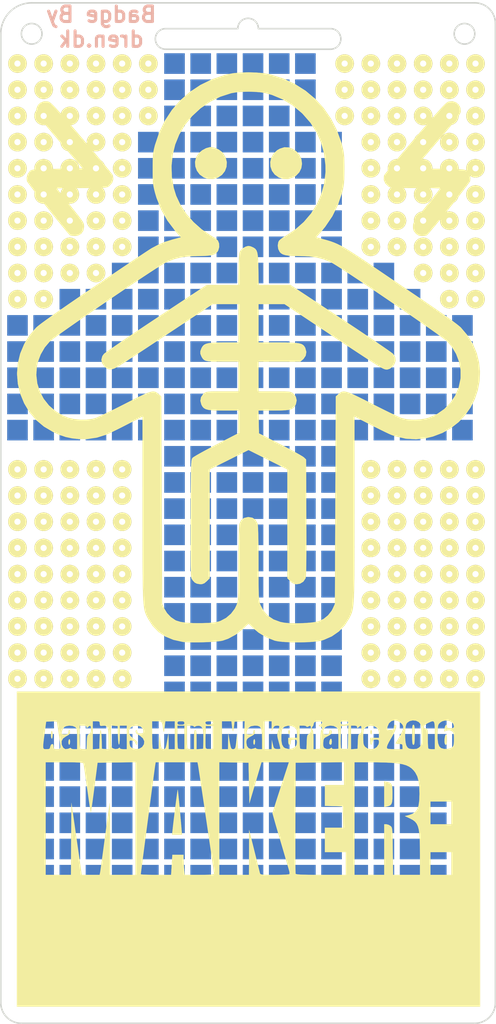
<source format=kicad_pcb>
(kicad_pcb (version 4) (host pcbnew 4.0.2+dfsg1-stable)
  (layers (0 F.Cu signal) (31 B.Cu signal) (34 B.Paste user) (35 F.Paste user) (36 B.SilkS user) (37 F.SilkS user) (38 B.Mask user) (39 F.Mask user) (44 Edge.Cuts user))
  (net 0 "")
  (module badge:sp (layer B.Cu) (at 38.32 56.67)
    (fp_text reference REF**15 hide)
    (fp_text value sp hide)
    (pad 2 smd rect (at 0 0) (size 2 2) (layers B.Cu B.Paste B.Mask))
  )
  (module badge:sp (layer B.Cu) (at 38.32 54.13)
    (fp_text reference REF**14 hide)
    (fp_text value sp hide)
    (pad 2 smd rect (at 0 0) (size 2 2) (layers B.Cu B.Paste B.Mask))
  )
  (module badge:sp (layer B.Cu) (at 38.32 51.59)
    (fp_text reference REF**13 hide)
    (fp_text value sp hide)
    (pad 2 smd rect (at 0 0) (size 2 2) (layers B.Cu B.Paste B.Mask))
  )
  (module badge:sp (layer B.Cu) (at 38.32 49.05)
    (fp_text reference REF**12 hide)
    (fp_text value sp hide)
    (pad 2 smd rect (at 0 0) (size 2 2) (layers B.Cu B.Paste B.Mask))
  )
  (module badge:skeletron (layer F.Cu) (at 48 85)
    (fp_text reference SKELETRON hide)
    (fp_text value LOGO hide)
  )
  (module badge:sp (layer B.Cu) (at 38.32 74.45)
    (fp_text reference REF**67 hide)
    (fp_text value sp hide)
    (pad 2 smd rect (at 0 0) (size 2 2) (layers B.Cu B.Paste B.Mask))
  )
  (module badge:sp (layer B.Cu) (at 35.78 74.45)
    (fp_text reference REF**57 hide)
    (fp_text value sp hide)
    (pad 2 smd rect (at 0 0) (size 2 2) (layers B.Cu B.Paste B.Mask))
  )
  (module badge:sp (layer B.Cu) (at 33.24 74.45)
    (fp_text reference REF**47 hide)
    (fp_text value sp hide)
    (pad 2 smd rect (at 0 0) (size 2 2) (layers B.Cu B.Paste B.Mask))
  )
  (module badge:sp (layer B.Cu) (at 30.7 74.45)
    (fp_text reference REF**37 hide)
    (fp_text value sp hide)
    (pad 2 smd rect (at 0 0) (size 2 2) (layers B.Cu B.Paste B.Mask))
  )
  (module badge:sp (layer B.Cu) (at 28.16 74.45)
    (fp_text reference REF**27 hide)
    (fp_text value sp hide)
    (pad 2 smd rect (at 0 0) (size 2 2) (layers B.Cu B.Paste B.Mask))
  )
  (module badge:sp (layer B.Cu) (at 25.62 74.45)
    (fp_text reference REF**17 hide)
    (fp_text value sp hide)
    (pad 2 smd rect (at 0 0) (size 2 2) (layers B.Cu B.Paste B.Mask))
  )
  (module badge:sp (layer B.Cu) (at 38.32 71.91)
    (fp_text reference REF**66 hide)
    (fp_text value sp hide)
    (pad 2 smd rect (at 0 0) (size 2 2) (layers B.Cu B.Paste B.Mask))
  )
  (module badge:sp (layer B.Cu) (at 35.78 71.91)
    (fp_text reference REF**56 hide)
    (fp_text value sp hide)
    (pad 2 smd rect (at 0 0) (size 2 2) (layers B.Cu B.Paste B.Mask))
  )
  (module badge:sp (layer B.Cu) (at 33.24 71.91)
    (fp_text reference REF**46 hide)
    (fp_text value sp hide)
    (pad 2 smd rect (at 0 0) (size 2 2) (layers B.Cu B.Paste B.Mask))
  )
  (module badge:sp (layer B.Cu) (at 30.7 71.91)
    (fp_text reference REF**36 hide)
    (fp_text value sp hide)
    (pad 2 smd rect (at 0 0) (size 2 2) (layers B.Cu B.Paste B.Mask))
  )
  (module badge:sp (layer B.Cu) (at 28.16 71.91)
    (fp_text reference REF**26 hide)
    (fp_text value sp hide)
    (pad 2 smd rect (at 0 0) (size 2 2) (layers B.Cu B.Paste B.Mask))
  )
  (module badge:sp (layer B.Cu) (at 25.62 71.91)
    (fp_text reference REF**16 hide)
    (fp_text value sp hide)
    (pad 2 smd rect (at 0 0) (size 2 2) (layers B.Cu B.Paste B.Mask))
  )
  (module badge:sp (layer B.Cu) (at 38.32 69.37)
    (fp_text reference REF**65 hide)
    (fp_text value sp hide)
    (pad 2 smd rect (at 0 0) (size 2 2) (layers B.Cu B.Paste B.Mask))
  )
  (module badge:sp (layer B.Cu) (at 35.78 69.37)
    (fp_text reference REF**55 hide)
    (fp_text value sp hide)
    (pad 2 smd rect (at 0 0) (size 2 2) (layers B.Cu B.Paste B.Mask))
  )
  (module badge:sp (layer B.Cu) (at 33.24 69.37)
    (fp_text reference REF**45 hide)
    (fp_text value sp hide)
    (pad 2 smd rect (at 0 0) (size 2 2) (layers B.Cu B.Paste B.Mask))
  )
  (module badge:sp (layer B.Cu) (at 30.7 69.37)
    (fp_text reference REF**35 hide)
    (fp_text value sp hide)
    (pad 2 smd rect (at 0 0) (size 2 2) (layers B.Cu B.Paste B.Mask))
  )
  (module badge:sp (layer B.Cu) (at 28.16 69.37)
    (fp_text reference REF**25 hide)
    (fp_text value sp hide)
    (pad 2 smd rect (at 0 0) (size 2 2) (layers B.Cu B.Paste B.Mask))
  )
  (module badge:sp (layer B.Cu) (at 25.62 69.37)
    (fp_text reference REF**15 hide)
    (fp_text value sp hide)
    (pad 2 smd rect (at 0 0) (size 2 2) (layers B.Cu B.Paste B.Mask))
  )
  (module badge:sp (layer B.Cu) (at 38.32 66.83)
    (fp_text reference REF**64 hide)
    (fp_text value sp hide)
    (pad 2 smd rect (at 0 0) (size 2 2) (layers B.Cu B.Paste B.Mask))
  )
  (module badge:sp (layer B.Cu) (at 35.78 66.83)
    (fp_text reference REF**54 hide)
    (fp_text value sp hide)
    (pad 2 smd rect (at 0 0) (size 2 2) (layers B.Cu B.Paste B.Mask))
  )
  (module badge:sp (layer B.Cu) (at 33.24 66.83)
    (fp_text reference REF**44 hide)
    (fp_text value sp hide)
    (pad 2 smd rect (at 0 0) (size 2 2) (layers B.Cu B.Paste B.Mask))
  )
  (module badge:sp (layer B.Cu) (at 30.7 66.83)
    (fp_text reference REF**34 hide)
    (fp_text value sp hide)
    (pad 2 smd rect (at 0 0) (size 2 2) (layers B.Cu B.Paste B.Mask))
  )
  (module badge:sp (layer B.Cu) (at 28.16 66.83)
    (fp_text reference REF**24 hide)
    (fp_text value sp hide)
    (pad 2 smd rect (at 0 0) (size 2 2) (layers B.Cu B.Paste B.Mask))
  )
  (module badge:sp (layer B.Cu) (at 25.62 66.83)
    (fp_text reference REF**14 hide)
    (fp_text value sp hide)
    (pad 2 smd rect (at 0 0) (size 2 2) (layers B.Cu B.Paste B.Mask))
  )
  (module badge:sp (layer B.Cu) (at 38.32 64.29)
    (fp_text reference REF**63 hide)
    (fp_text value sp hide)
    (pad 2 smd rect (at 0 0) (size 2 2) (layers B.Cu B.Paste B.Mask))
  )
  (module badge:sp (layer B.Cu) (at 35.78 64.29)
    (fp_text reference REF**53 hide)
    (fp_text value sp hide)
    (pad 2 smd rect (at 0 0) (size 2 2) (layers B.Cu B.Paste B.Mask))
  )
  (module badge:sp (layer B.Cu) (at 33.24 64.29)
    (fp_text reference REF**43 hide)
    (fp_text value sp hide)
    (pad 2 smd rect (at 0 0) (size 2 2) (layers B.Cu B.Paste B.Mask))
  )
  (module badge:sp (layer B.Cu) (at 30.7 64.29)
    (fp_text reference REF**33 hide)
    (fp_text value sp hide)
    (pad 2 smd rect (at 0 0) (size 2 2) (layers B.Cu B.Paste B.Mask))
  )
  (module badge:sp (layer B.Cu) (at 28.16 64.29)
    (fp_text reference REF**23 hide)
    (fp_text value sp hide)
    (pad 2 smd rect (at 0 0) (size 2 2) (layers B.Cu B.Paste B.Mask))
  )
  (module badge:sp (layer B.Cu) (at 25.62 64.29)
    (fp_text reference REF**13 hide)
    (fp_text value sp hide)
    (pad 2 smd rect (at 0 0) (size 2 2) (layers B.Cu B.Paste B.Mask))
  )
  (module badge:sp (layer B.Cu) (at 38.32 61.75)
    (fp_text reference REF**62 hide)
    (fp_text value sp hide)
    (pad 2 smd rect (at 0 0) (size 2 2) (layers B.Cu B.Paste B.Mask))
  )
  (module badge:sp (layer B.Cu) (at 35.78 61.75)
    (fp_text reference REF**52 hide)
    (fp_text value sp hide)
    (pad 2 smd rect (at 0 0) (size 2 2) (layers B.Cu B.Paste B.Mask))
  )
  (module badge:sp (layer B.Cu) (at 33.24 61.75)
    (fp_text reference REF**42 hide)
    (fp_text value sp hide)
    (pad 2 smd rect (at 0 0) (size 2 2) (layers B.Cu B.Paste B.Mask))
  )
  (module badge:sp (layer B.Cu) (at 30.7 61.75)
    (fp_text reference REF**32 hide)
    (fp_text value sp hide)
    (pad 2 smd rect (at 0 0) (size 2 2) (layers B.Cu B.Paste B.Mask))
  )
  (module badge:sp (layer B.Cu) (at 38.32 59.21)
    (fp_text reference REF**61 hide)
    (fp_text value sp hide)
    (pad 2 smd rect (at 0 0) (size 2 2) (layers B.Cu B.Paste B.Mask))
  )
  (module badge:sp (layer B.Cu) (at 35.78 59.21)
    (fp_text reference REF**51 hide)
    (fp_text value sp hide)
    (pad 2 smd rect (at 0 0) (size 2 2) (layers B.Cu B.Paste B.Mask))
  )
  (module badge:sp (layer B.Cu) (at 68.8 74.45)
    (fp_text reference REF**57 hide)
    (fp_text value sp hide)
    (pad 2 smd rect (at 0 0) (size 2 2) (layers B.Cu B.Paste B.Mask))
  )
  (module badge:sp (layer B.Cu) (at 66.26 74.45)
    (fp_text reference REF**47 hide)
    (fp_text value sp hide)
    (pad 2 smd rect (at 0 0) (size 2 2) (layers B.Cu B.Paste B.Mask))
  )
  (module badge:sp (layer B.Cu) (at 63.72 74.45)
    (fp_text reference REF**37 hide)
    (fp_text value sp hide)
    (pad 2 smd rect (at 0 0) (size 2 2) (layers B.Cu B.Paste B.Mask))
  )
  (module badge:sp (layer B.Cu) (at 61.18 74.45)
    (fp_text reference REF**27 hide)
    (fp_text value sp hide)
    (pad 2 smd rect (at 0 0) (size 2 2) (layers B.Cu B.Paste B.Mask))
  )
  (module badge:sp (layer B.Cu) (at 58.64 74.45)
    (fp_text reference REF**17 hide)
    (fp_text value sp hide)
    (pad 2 smd rect (at 0 0) (size 2 2) (layers B.Cu B.Paste B.Mask))
  )
  (module badge:sp (layer B.Cu) (at 68.8 71.91)
    (fp_text reference REF**56 hide)
    (fp_text value sp hide)
    (pad 2 smd rect (at 0 0) (size 2 2) (layers B.Cu B.Paste B.Mask))
  )
  (module badge:sp (layer B.Cu) (at 66.26 71.91)
    (fp_text reference REF**46 hide)
    (fp_text value sp hide)
    (pad 2 smd rect (at 0 0) (size 2 2) (layers B.Cu B.Paste B.Mask))
  )
  (module badge:sp (layer B.Cu) (at 63.72 71.91)
    (fp_text reference REF**36 hide)
    (fp_text value sp hide)
    (pad 2 smd rect (at 0 0) (size 2 2) (layers B.Cu B.Paste B.Mask))
  )
  (module badge:sp (layer B.Cu) (at 61.18 71.91)
    (fp_text reference REF**26 hide)
    (fp_text value sp hide)
    (pad 2 smd rect (at 0 0) (size 2 2) (layers B.Cu B.Paste B.Mask))
  )
  (module badge:sp (layer B.Cu) (at 58.64 71.91)
    (fp_text reference REF**16 hide)
    (fp_text value sp hide)
    (pad 2 smd rect (at 0 0) (size 2 2) (layers B.Cu B.Paste B.Mask))
  )
  (module badge:sp (layer B.Cu) (at 68.8 69.37)
    (fp_text reference REF**55 hide)
    (fp_text value sp hide)
    (pad 2 smd rect (at 0 0) (size 2 2) (layers B.Cu B.Paste B.Mask))
  )
  (module badge:sp (layer B.Cu) (at 66.26 69.37)
    (fp_text reference REF**45 hide)
    (fp_text value sp hide)
    (pad 2 smd rect (at 0 0) (size 2 2) (layers B.Cu B.Paste B.Mask))
  )
  (module badge:sp (layer B.Cu) (at 63.72 69.37)
    (fp_text reference REF**35 hide)
    (fp_text value sp hide)
    (pad 2 smd rect (at 0 0) (size 2 2) (layers B.Cu B.Paste B.Mask))
  )
  (module badge:sp (layer B.Cu) (at 61.18 69.37)
    (fp_text reference REF**25 hide)
    (fp_text value sp hide)
    (pad 2 smd rect (at 0 0) (size 2 2) (layers B.Cu B.Paste B.Mask))
  )
  (module badge:sp (layer B.Cu) (at 58.64 69.37)
    (fp_text reference REF**15 hide)
    (fp_text value sp hide)
    (pad 2 smd rect (at 0 0) (size 2 2) (layers B.Cu B.Paste B.Mask))
  )
  (module badge:sp (layer B.Cu) (at 68.8 66.83)
    (fp_text reference REF**54 hide)
    (fp_text value sp hide)
    (pad 2 smd rect (at 0 0) (size 2 2) (layers B.Cu B.Paste B.Mask))
  )
  (module badge:sp (layer B.Cu) (at 66.26 66.83)
    (fp_text reference REF**44 hide)
    (fp_text value sp hide)
    (pad 2 smd rect (at 0 0) (size 2 2) (layers B.Cu B.Paste B.Mask))
  )
  (module badge:sp (layer B.Cu) (at 63.72 66.83)
    (fp_text reference REF**34 hide)
    (fp_text value sp hide)
    (pad 2 smd rect (at 0 0) (size 2 2) (layers B.Cu B.Paste B.Mask))
  )
  (module badge:sp (layer B.Cu) (at 61.18 66.83)
    (fp_text reference REF**24 hide)
    (fp_text value sp hide)
    (pad 2 smd rect (at 0 0) (size 2 2) (layers B.Cu B.Paste B.Mask))
  )
  (module badge:sp (layer B.Cu) (at 58.64 66.83)
    (fp_text reference REF**14 hide)
    (fp_text value sp hide)
    (pad 2 smd rect (at 0 0) (size 2 2) (layers B.Cu B.Paste B.Mask))
  )
  (module badge:sp (layer B.Cu) (at 68.8 64.29)
    (fp_text reference REF**53 hide)
    (fp_text value sp hide)
    (pad 2 smd rect (at 0 0) (size 2 2) (layers B.Cu B.Paste B.Mask))
  )
  (module badge:sp (layer B.Cu) (at 66.26 64.29)
    (fp_text reference REF**43 hide)
    (fp_text value sp hide)
    (pad 2 smd rect (at 0 0) (size 2 2) (layers B.Cu B.Paste B.Mask))
  )
  (module badge:sp (layer B.Cu) (at 63.72 64.29)
    (fp_text reference REF**33 hide)
    (fp_text value sp hide)
    (pad 2 smd rect (at 0 0) (size 2 2) (layers B.Cu B.Paste B.Mask))
  )
  (module badge:sp (layer B.Cu) (at 61.18 64.29)
    (fp_text reference REF**23 hide)
    (fp_text value sp hide)
    (pad 2 smd rect (at 0 0) (size 2 2) (layers B.Cu B.Paste B.Mask))
  )
  (module badge:sp (layer B.Cu) (at 58.64 64.29)
    (fp_text reference REF**13 hide)
    (fp_text value sp hide)
    (pad 2 smd rect (at 0 0) (size 2 2) (layers B.Cu B.Paste B.Mask))
  )
  (module badge:sp (layer B.Cu) (at 63.72 61.75)
    (fp_text reference REF**32 hide)
    (fp_text value sp hide)
    (pad 2 smd rect (at 0 0) (size 2 2) (layers B.Cu B.Paste B.Mask))
  )
  (module badge:sp (layer B.Cu) (at 61.18 61.75)
    (fp_text reference REF**22 hide)
    (fp_text value sp hide)
    (pad 2 smd rect (at 0 0) (size 2 2) (layers B.Cu B.Paste B.Mask))
  )
  (module badge:sp (layer B.Cu) (at 58.64 61.75)
    (fp_text reference REF**12 hide)
    (fp_text value sp hide)
    (pad 2 smd rect (at 0 0) (size 2 2) (layers B.Cu B.Paste B.Mask))
  )
  (module badge:sp (layer B.Cu) (at 61.18 59.21)
    (fp_text reference REF**21 hide)
    (fp_text value sp hide)
    (pad 2 smd rect (at 0 0) (size 2 2) (layers B.Cu B.Paste B.Mask))
  )
  (module badge:sp (layer B.Cu) (at 68.8 127.79)
    (fp_text reference REF**1811 hide)
    (fp_text value sp hide)
    (pad 2 smd rect (at 0 0) (size 2 2) (layers B.Cu B.Paste B.Mask))
  )
  (module badge:sp (layer B.Cu) (at 66.26 127.79)
    (fp_text reference REF**1711 hide)
    (fp_text value sp hide)
    (pad 2 smd rect (at 0 0) (size 2 2) (layers B.Cu B.Paste B.Mask))
  )
  (module badge:sp (layer B.Cu) (at 63.72 127.79)
    (fp_text reference REF**1611 hide)
    (fp_text value sp hide)
    (pad 2 smd rect (at 0 0) (size 2 2) (layers B.Cu B.Paste B.Mask))
  )
  (module badge:sp (layer B.Cu) (at 61.18 127.79)
    (fp_text reference REF**1511 hide)
    (fp_text value sp hide)
    (pad 2 smd rect (at 0 0) (size 2 2) (layers B.Cu B.Paste B.Mask))
  )
  (module badge:sp (layer B.Cu) (at 58.64 127.79)
    (fp_text reference REF**1411 hide)
    (fp_text value sp hide)
    (pad 2 smd rect (at 0 0) (size 2 2) (layers B.Cu B.Paste B.Mask))
  )
  (module badge:sp (layer B.Cu) (at 56.1 127.79)
    (fp_text reference REF**1311 hide)
    (fp_text value sp hide)
    (pad 2 smd rect (at 0 0) (size 2 2) (layers B.Cu B.Paste B.Mask))
  )
  (module badge:sp (layer B.Cu) (at 53.56 127.79)
    (fp_text reference REF**1211 hide)
    (fp_text value sp hide)
    (pad 2 smd rect (at 0 0) (size 2 2) (layers B.Cu B.Paste B.Mask))
  )
  (module badge:sp (layer B.Cu) (at 51.02 127.79)
    (fp_text reference REF**1111 hide)
    (fp_text value sp hide)
    (pad 2 smd rect (at 0 0) (size 2 2) (layers B.Cu B.Paste B.Mask))
  )
  (module badge:sp (layer B.Cu) (at 48.48 127.79)
    (fp_text reference REF**1011 hide)
    (fp_text value sp hide)
    (pad 2 smd rect (at 0 0) (size 2 2) (layers B.Cu B.Paste B.Mask))
  )
  (module badge:sp (layer B.Cu) (at 45.94 127.79)
    (fp_text reference REF**911 hide)
    (fp_text value sp hide)
    (pad 2 smd rect (at 0 0) (size 2 2) (layers B.Cu B.Paste B.Mask))
  )
  (module badge:sp (layer B.Cu) (at 43.4 127.79)
    (fp_text reference REF**811 hide)
    (fp_text value sp hide)
    (pad 2 smd rect (at 0 0) (size 2 2) (layers B.Cu B.Paste B.Mask))
  )
  (module badge:sp (layer B.Cu) (at 40.86 127.79)
    (fp_text reference REF**711 hide)
    (fp_text value sp hide)
    (pad 2 smd rect (at 0 0) (size 2 2) (layers B.Cu B.Paste B.Mask))
  )
  (module badge:sp (layer B.Cu) (at 38.32 127.79)
    (fp_text reference REF**611 hide)
    (fp_text value sp hide)
    (pad 2 smd rect (at 0 0) (size 2 2) (layers B.Cu B.Paste B.Mask))
  )
  (module badge:sp (layer B.Cu) (at 35.78 127.79)
    (fp_text reference REF**511 hide)
    (fp_text value sp hide)
    (pad 2 smd rect (at 0 0) (size 2 2) (layers B.Cu B.Paste B.Mask))
  )
  (module badge:sp (layer B.Cu) (at 33.24 127.79)
    (fp_text reference REF**411 hide)
    (fp_text value sp hide)
    (pad 2 smd rect (at 0 0) (size 2 2) (layers B.Cu B.Paste B.Mask))
  )
  (module badge:sp (layer B.Cu) (at 30.7 127.79)
    (fp_text reference REF**311 hide)
    (fp_text value sp hide)
    (pad 2 smd rect (at 0 0) (size 2 2) (layers B.Cu B.Paste B.Mask))
  )
  (module badge:sp (layer B.Cu) (at 28.16 127.79)
    (fp_text reference REF**211 hide)
    (fp_text value sp hide)
    (pad 2 smd rect (at 0 0) (size 2 2) (layers B.Cu B.Paste B.Mask))
  )
  (module badge:sp (layer B.Cu) (at 68.8 125.25)
    (fp_text reference REF**1810 hide)
    (fp_text value sp hide)
    (pad 2 smd rect (at 0 0) (size 2 2) (layers B.Cu B.Paste B.Mask))
  )
  (module badge:sp (layer B.Cu) (at 66.26 125.25)
    (fp_text reference REF**1710 hide)
    (fp_text value sp hide)
    (pad 2 smd rect (at 0 0) (size 2 2) (layers B.Cu B.Paste B.Mask))
  )
  (module badge:sp (layer B.Cu) (at 63.72 125.25)
    (fp_text reference REF**1610 hide)
    (fp_text value sp hide)
    (pad 2 smd rect (at 0 0) (size 2 2) (layers B.Cu B.Paste B.Mask))
  )
  (module badge:sp (layer B.Cu) (at 61.18 125.25)
    (fp_text reference REF**1510 hide)
    (fp_text value sp hide)
    (pad 2 smd rect (at 0 0) (size 2 2) (layers B.Cu B.Paste B.Mask))
  )
  (module badge:sp (layer B.Cu) (at 58.64 125.25)
    (fp_text reference REF**1410 hide)
    (fp_text value sp hide)
    (pad 2 smd rect (at 0 0) (size 2 2) (layers B.Cu B.Paste B.Mask))
  )
  (module badge:sp (layer B.Cu) (at 56.1 125.25)
    (fp_text reference REF**1310 hide)
    (fp_text value sp hide)
    (pad 2 smd rect (at 0 0) (size 2 2) (layers B.Cu B.Paste B.Mask))
  )
  (module badge:sp (layer B.Cu) (at 53.56 125.25)
    (fp_text reference REF**1210 hide)
    (fp_text value sp hide)
    (pad 2 smd rect (at 0 0) (size 2 2) (layers B.Cu B.Paste B.Mask))
  )
  (module badge:sp (layer B.Cu) (at 51.02 125.25)
    (fp_text reference REF**1110 hide)
    (fp_text value sp hide)
    (pad 2 smd rect (at 0 0) (size 2 2) (layers B.Cu B.Paste B.Mask))
  )
  (module badge:sp (layer B.Cu) (at 48.48 125.25)
    (fp_text reference REF**1010 hide)
    (fp_text value sp hide)
    (pad 2 smd rect (at 0 0) (size 2 2) (layers B.Cu B.Paste B.Mask))
  )
  (module badge:sp (layer B.Cu) (at 45.94 125.25)
    (fp_text reference REF**910 hide)
    (fp_text value sp hide)
    (pad 2 smd rect (at 0 0) (size 2 2) (layers B.Cu B.Paste B.Mask))
  )
  (module badge:sp (layer B.Cu) (at 43.4 125.25)
    (fp_text reference REF**810 hide)
    (fp_text value sp hide)
    (pad 2 smd rect (at 0 0) (size 2 2) (layers B.Cu B.Paste B.Mask))
  )
  (module badge:sp (layer B.Cu) (at 40.86 125.25)
    (fp_text reference REF**710 hide)
    (fp_text value sp hide)
    (pad 2 smd rect (at 0 0) (size 2 2) (layers B.Cu B.Paste B.Mask))
  )
  (module badge:sp (layer B.Cu) (at 38.32 125.25)
    (fp_text reference REF**610 hide)
    (fp_text value sp hide)
    (pad 2 smd rect (at 0 0) (size 2 2) (layers B.Cu B.Paste B.Mask))
  )
  (module badge:sp (layer B.Cu) (at 35.78 125.25)
    (fp_text reference REF**510 hide)
    (fp_text value sp hide)
    (pad 2 smd rect (at 0 0) (size 2 2) (layers B.Cu B.Paste B.Mask))
  )
  (module badge:sp (layer B.Cu) (at 33.24 125.25)
    (fp_text reference REF**410 hide)
    (fp_text value sp hide)
    (pad 2 smd rect (at 0 0) (size 2 2) (layers B.Cu B.Paste B.Mask))
  )
  (module badge:sp (layer B.Cu) (at 30.7 125.25)
    (fp_text reference REF**310 hide)
    (fp_text value sp hide)
    (pad 2 smd rect (at 0 0) (size 2 2) (layers B.Cu B.Paste B.Mask))
  )
  (module badge:sp (layer B.Cu) (at 28.16 125.25)
    (fp_text reference REF**210 hide)
    (fp_text value sp hide)
    (pad 2 smd rect (at 0 0) (size 2 2) (layers B.Cu B.Paste B.Mask))
  )
  (module badge:sp (layer B.Cu) (at 68.8 122.71)
    (fp_text reference REF**189 hide)
    (fp_text value sp hide)
    (pad 2 smd rect (at 0 0) (size 2 2) (layers B.Cu B.Paste B.Mask))
  )
  (module badge:sp (layer B.Cu) (at 66.26 122.71)
    (fp_text reference REF**179 hide)
    (fp_text value sp hide)
    (pad 2 smd rect (at 0 0) (size 2 2) (layers B.Cu B.Paste B.Mask))
  )
  (module badge:sp (layer B.Cu) (at 63.72 122.71)
    (fp_text reference REF**169 hide)
    (fp_text value sp hide)
    (pad 2 smd rect (at 0 0) (size 2 2) (layers B.Cu B.Paste B.Mask))
  )
  (module badge:sp (layer B.Cu) (at 61.18 122.71)
    (fp_text reference REF**159 hide)
    (fp_text value sp hide)
    (pad 2 smd rect (at 0 0) (size 2 2) (layers B.Cu B.Paste B.Mask))
  )
  (module badge:sp (layer B.Cu) (at 58.64 122.71)
    (fp_text reference REF**149 hide)
    (fp_text value sp hide)
    (pad 2 smd rect (at 0 0) (size 2 2) (layers B.Cu B.Paste B.Mask))
  )
  (module badge:sp (layer B.Cu) (at 56.1 122.71)
    (fp_text reference REF**139 hide)
    (fp_text value sp hide)
    (pad 2 smd rect (at 0 0) (size 2 2) (layers B.Cu B.Paste B.Mask))
  )
  (module badge:sp (layer B.Cu) (at 53.56 122.71)
    (fp_text reference REF**129 hide)
    (fp_text value sp hide)
    (pad 2 smd rect (at 0 0) (size 2 2) (layers B.Cu B.Paste B.Mask))
  )
  (module badge:sp (layer B.Cu) (at 51.02 122.71)
    (fp_text reference REF**119 hide)
    (fp_text value sp hide)
    (pad 2 smd rect (at 0 0) (size 2 2) (layers B.Cu B.Paste B.Mask))
  )
  (module badge:sp (layer B.Cu) (at 48.48 122.71)
    (fp_text reference REF**109 hide)
    (fp_text value sp hide)
    (pad 2 smd rect (at 0 0) (size 2 2) (layers B.Cu B.Paste B.Mask))
  )
  (module badge:sp (layer B.Cu) (at 45.94 122.71)
    (fp_text reference REF**99 hide)
    (fp_text value sp hide)
    (pad 2 smd rect (at 0 0) (size 2 2) (layers B.Cu B.Paste B.Mask))
  )
  (module badge:sp (layer B.Cu) (at 43.4 122.71)
    (fp_text reference REF**89 hide)
    (fp_text value sp hide)
    (pad 2 smd rect (at 0 0) (size 2 2) (layers B.Cu B.Paste B.Mask))
  )
  (module badge:sp (layer B.Cu) (at 40.86 122.71)
    (fp_text reference REF**79 hide)
    (fp_text value sp hide)
    (pad 2 smd rect (at 0 0) (size 2 2) (layers B.Cu B.Paste B.Mask))
  )
  (module badge:sp (layer B.Cu) (at 38.32 122.71)
    (fp_text reference REF**69 hide)
    (fp_text value sp hide)
    (pad 2 smd rect (at 0 0) (size 2 2) (layers B.Cu B.Paste B.Mask))
  )
  (module badge:sp (layer B.Cu) (at 35.78 122.71)
    (fp_text reference REF**59 hide)
    (fp_text value sp hide)
    (pad 2 smd rect (at 0 0) (size 2 2) (layers B.Cu B.Paste B.Mask))
  )
  (module badge:sp (layer B.Cu) (at 33.24 122.71)
    (fp_text reference REF**49 hide)
    (fp_text value sp hide)
    (pad 2 smd rect (at 0 0) (size 2 2) (layers B.Cu B.Paste B.Mask))
  )
  (module badge:sp (layer B.Cu) (at 30.7 122.71)
    (fp_text reference REF**39 hide)
    (fp_text value sp hide)
    (pad 2 smd rect (at 0 0) (size 2 2) (layers B.Cu B.Paste B.Mask))
  )
  (module badge:sp (layer B.Cu) (at 28.16 122.71)
    (fp_text reference REF**29 hide)
    (fp_text value sp hide)
    (pad 2 smd rect (at 0 0) (size 2 2) (layers B.Cu B.Paste B.Mask))
  )
  (module badge:sp (layer B.Cu) (at 68.8 120.17)
    (fp_text reference REF**188 hide)
    (fp_text value sp hide)
    (pad 2 smd rect (at 0 0) (size 2 2) (layers B.Cu B.Paste B.Mask))
  )
  (module badge:sp (layer B.Cu) (at 66.26 120.17)
    (fp_text reference REF**178 hide)
    (fp_text value sp hide)
    (pad 2 smd rect (at 0 0) (size 2 2) (layers B.Cu B.Paste B.Mask))
  )
  (module badge:sp (layer B.Cu) (at 63.72 120.17)
    (fp_text reference REF**168 hide)
    (fp_text value sp hide)
    (pad 2 smd rect (at 0 0) (size 2 2) (layers B.Cu B.Paste B.Mask))
  )
  (module badge:sp (layer B.Cu) (at 61.18 120.17)
    (fp_text reference REF**158 hide)
    (fp_text value sp hide)
    (pad 2 smd rect (at 0 0) (size 2 2) (layers B.Cu B.Paste B.Mask))
  )
  (module badge:sp (layer B.Cu) (at 58.64 120.17)
    (fp_text reference REF**148 hide)
    (fp_text value sp hide)
    (pad 2 smd rect (at 0 0) (size 2 2) (layers B.Cu B.Paste B.Mask))
  )
  (module badge:sp (layer B.Cu) (at 56.1 120.17)
    (fp_text reference REF**138 hide)
    (fp_text value sp hide)
    (pad 2 smd rect (at 0 0) (size 2 2) (layers B.Cu B.Paste B.Mask))
  )
  (module badge:sp (layer B.Cu) (at 53.56 120.17)
    (fp_text reference REF**128 hide)
    (fp_text value sp hide)
    (pad 2 smd rect (at 0 0) (size 2 2) (layers B.Cu B.Paste B.Mask))
  )
  (module badge:sp (layer B.Cu) (at 51.02 120.17)
    (fp_text reference REF**118 hide)
    (fp_text value sp hide)
    (pad 2 smd rect (at 0 0) (size 2 2) (layers B.Cu B.Paste B.Mask))
  )
  (module badge:sp (layer B.Cu) (at 48.48 120.17)
    (fp_text reference REF**108 hide)
    (fp_text value sp hide)
    (pad 2 smd rect (at 0 0) (size 2 2) (layers B.Cu B.Paste B.Mask))
  )
  (module badge:sp (layer B.Cu) (at 45.94 120.17)
    (fp_text reference REF**98 hide)
    (fp_text value sp hide)
    (pad 2 smd rect (at 0 0) (size 2 2) (layers B.Cu B.Paste B.Mask))
  )
  (module badge:sp (layer B.Cu) (at 43.4 120.17)
    (fp_text reference REF**88 hide)
    (fp_text value sp hide)
    (pad 2 smd rect (at 0 0) (size 2 2) (layers B.Cu B.Paste B.Mask))
  )
  (module badge:sp (layer B.Cu) (at 40.86 120.17)
    (fp_text reference REF**78 hide)
    (fp_text value sp hide)
    (pad 2 smd rect (at 0 0) (size 2 2) (layers B.Cu B.Paste B.Mask))
  )
  (module badge:sp (layer B.Cu) (at 38.32 120.17)
    (fp_text reference REF**68 hide)
    (fp_text value sp hide)
    (pad 2 smd rect (at 0 0) (size 2 2) (layers B.Cu B.Paste B.Mask))
  )
  (module badge:sp (layer B.Cu) (at 35.78 120.17)
    (fp_text reference REF**58 hide)
    (fp_text value sp hide)
    (pad 2 smd rect (at 0 0) (size 2 2) (layers B.Cu B.Paste B.Mask))
  )
  (module badge:sp (layer B.Cu) (at 33.24 120.17)
    (fp_text reference REF**48 hide)
    (fp_text value sp hide)
    (pad 2 smd rect (at 0 0) (size 2 2) (layers B.Cu B.Paste B.Mask))
  )
  (module badge:sp (layer B.Cu) (at 30.7 120.17)
    (fp_text reference REF**38 hide)
    (fp_text value sp hide)
    (pad 2 smd rect (at 0 0) (size 2 2) (layers B.Cu B.Paste B.Mask))
  )
  (module badge:sp (layer B.Cu) (at 28.16 120.17)
    (fp_text reference REF**28 hide)
    (fp_text value sp hide)
    (pad 2 smd rect (at 0 0) (size 2 2) (layers B.Cu B.Paste B.Mask))
  )
  (module badge:sp (layer B.Cu) (at 68.8 117.63)
    (fp_text reference REF**187 hide)
    (fp_text value sp hide)
    (pad 2 smd rect (at 0 0) (size 2 2) (layers B.Cu B.Paste B.Mask))
  )
  (module badge:sp (layer B.Cu) (at 66.26 117.63)
    (fp_text reference REF**177 hide)
    (fp_text value sp hide)
    (pad 2 smd rect (at 0 0) (size 2 2) (layers B.Cu B.Paste B.Mask))
  )
  (module badge:sp (layer B.Cu) (at 63.72 117.63)
    (fp_text reference REF**167 hide)
    (fp_text value sp hide)
    (pad 2 smd rect (at 0 0) (size 2 2) (layers B.Cu B.Paste B.Mask))
  )
  (module badge:sp (layer B.Cu) (at 61.18 117.63)
    (fp_text reference REF**157 hide)
    (fp_text value sp hide)
    (pad 2 smd rect (at 0 0) (size 2 2) (layers B.Cu B.Paste B.Mask))
  )
  (module badge:sp (layer B.Cu) (at 58.64 117.63)
    (fp_text reference REF**147 hide)
    (fp_text value sp hide)
    (pad 2 smd rect (at 0 0) (size 2 2) (layers B.Cu B.Paste B.Mask))
  )
  (module badge:sp (layer B.Cu) (at 56.1 117.63)
    (fp_text reference REF**137 hide)
    (fp_text value sp hide)
    (pad 2 smd rect (at 0 0) (size 2 2) (layers B.Cu B.Paste B.Mask))
  )
  (module badge:sp (layer B.Cu) (at 53.56 117.63)
    (fp_text reference REF**127 hide)
    (fp_text value sp hide)
    (pad 2 smd rect (at 0 0) (size 2 2) (layers B.Cu B.Paste B.Mask))
  )
  (module badge:sp (layer B.Cu) (at 51.02 117.63)
    (fp_text reference REF**117 hide)
    (fp_text value sp hide)
    (pad 2 smd rect (at 0 0) (size 2 2) (layers B.Cu B.Paste B.Mask))
  )
  (module badge:sp (layer B.Cu) (at 48.48 117.63)
    (fp_text reference REF**107 hide)
    (fp_text value sp hide)
    (pad 2 smd rect (at 0 0) (size 2 2) (layers B.Cu B.Paste B.Mask))
  )
  (module badge:sp (layer B.Cu) (at 45.94 117.63)
    (fp_text reference REF**97 hide)
    (fp_text value sp hide)
    (pad 2 smd rect (at 0 0) (size 2 2) (layers B.Cu B.Paste B.Mask))
  )
  (module badge:sp (layer B.Cu) (at 43.4 117.63)
    (fp_text reference REF**87 hide)
    (fp_text value sp hide)
    (pad 2 smd rect (at 0 0) (size 2 2) (layers B.Cu B.Paste B.Mask))
  )
  (module badge:sp (layer B.Cu) (at 40.86 117.63)
    (fp_text reference REF**77 hide)
    (fp_text value sp hide)
    (pad 2 smd rect (at 0 0) (size 2 2) (layers B.Cu B.Paste B.Mask))
  )
  (module badge:sp (layer B.Cu) (at 38.32 117.63)
    (fp_text reference REF**67 hide)
    (fp_text value sp hide)
    (pad 2 smd rect (at 0 0) (size 2 2) (layers B.Cu B.Paste B.Mask))
  )
  (module badge:sp (layer B.Cu) (at 35.78 117.63)
    (fp_text reference REF**57 hide)
    (fp_text value sp hide)
    (pad 2 smd rect (at 0 0) (size 2 2) (layers B.Cu B.Paste B.Mask))
  )
  (module badge:sp (layer B.Cu) (at 33.24 117.63)
    (fp_text reference REF**47 hide)
    (fp_text value sp hide)
    (pad 2 smd rect (at 0 0) (size 2 2) (layers B.Cu B.Paste B.Mask))
  )
  (module badge:sp (layer B.Cu) (at 30.7 117.63)
    (fp_text reference REF**37 hide)
    (fp_text value sp hide)
    (pad 2 smd rect (at 0 0) (size 2 2) (layers B.Cu B.Paste B.Mask))
  )
  (module badge:sp (layer B.Cu) (at 28.16 117.63)
    (fp_text reference REF**27 hide)
    (fp_text value sp hide)
    (pad 2 smd rect (at 0 0) (size 2 2) (layers B.Cu B.Paste B.Mask))
  )
  (module badge:sp (layer B.Cu) (at 68.8 115.09)
    (fp_text reference REF**186 hide)
    (fp_text value sp hide)
    (pad 2 smd rect (at 0 0) (size 2 2) (layers B.Cu B.Paste B.Mask))
  )
  (module badge:sp (layer B.Cu) (at 66.26 115.09)
    (fp_text reference REF**176 hide)
    (fp_text value sp hide)
    (pad 2 smd rect (at 0 0) (size 2 2) (layers B.Cu B.Paste B.Mask))
  )
  (module badge:sp (layer B.Cu) (at 63.72 115.09)
    (fp_text reference REF**166 hide)
    (fp_text value sp hide)
    (pad 2 smd rect (at 0 0) (size 2 2) (layers B.Cu B.Paste B.Mask))
  )
  (module badge:sp (layer B.Cu) (at 61.18 115.09)
    (fp_text reference REF**156 hide)
    (fp_text value sp hide)
    (pad 2 smd rect (at 0 0) (size 2 2) (layers B.Cu B.Paste B.Mask))
  )
  (module badge:sp (layer B.Cu) (at 58.64 115.09)
    (fp_text reference REF**146 hide)
    (fp_text value sp hide)
    (pad 2 smd rect (at 0 0) (size 2 2) (layers B.Cu B.Paste B.Mask))
  )
  (module badge:sp (layer B.Cu) (at 56.1 115.09)
    (fp_text reference REF**136 hide)
    (fp_text value sp hide)
    (pad 2 smd rect (at 0 0) (size 2 2) (layers B.Cu B.Paste B.Mask))
  )
  (module badge:sp (layer B.Cu) (at 53.56 115.09)
    (fp_text reference REF**126 hide)
    (fp_text value sp hide)
    (pad 2 smd rect (at 0 0) (size 2 2) (layers B.Cu B.Paste B.Mask))
  )
  (module badge:sp (layer B.Cu) (at 51.02 115.09)
    (fp_text reference REF**116 hide)
    (fp_text value sp hide)
    (pad 2 smd rect (at 0 0) (size 2 2) (layers B.Cu B.Paste B.Mask))
  )
  (module badge:sp (layer B.Cu) (at 48.48 115.09)
    (fp_text reference REF**106 hide)
    (fp_text value sp hide)
    (pad 2 smd rect (at 0 0) (size 2 2) (layers B.Cu B.Paste B.Mask))
  )
  (module badge:sp (layer B.Cu) (at 45.94 115.09)
    (fp_text reference REF**96 hide)
    (fp_text value sp hide)
    (pad 2 smd rect (at 0 0) (size 2 2) (layers B.Cu B.Paste B.Mask))
  )
  (module badge:sp (layer B.Cu) (at 43.4 115.09)
    (fp_text reference REF**86 hide)
    (fp_text value sp hide)
    (pad 2 smd rect (at 0 0) (size 2 2) (layers B.Cu B.Paste B.Mask))
  )
  (module badge:sp (layer B.Cu) (at 40.86 115.09)
    (fp_text reference REF**76 hide)
    (fp_text value sp hide)
    (pad 2 smd rect (at 0 0) (size 2 2) (layers B.Cu B.Paste B.Mask))
  )
  (module badge:sp (layer B.Cu) (at 38.32 115.09)
    (fp_text reference REF**66 hide)
    (fp_text value sp hide)
    (pad 2 smd rect (at 0 0) (size 2 2) (layers B.Cu B.Paste B.Mask))
  )
  (module badge:sp (layer B.Cu) (at 35.78 115.09)
    (fp_text reference REF**56 hide)
    (fp_text value sp hide)
    (pad 2 smd rect (at 0 0) (size 2 2) (layers B.Cu B.Paste B.Mask))
  )
  (module badge:sp (layer B.Cu) (at 33.24 115.09)
    (fp_text reference REF**46 hide)
    (fp_text value sp hide)
    (pad 2 smd rect (at 0 0) (size 2 2) (layers B.Cu B.Paste B.Mask))
  )
  (module badge:sp (layer B.Cu) (at 30.7 115.09)
    (fp_text reference REF**36 hide)
    (fp_text value sp hide)
    (pad 2 smd rect (at 0 0) (size 2 2) (layers B.Cu B.Paste B.Mask))
  )
  (module badge:sp (layer B.Cu) (at 28.16 115.09)
    (fp_text reference REF**26 hide)
    (fp_text value sp hide)
    (pad 2 smd rect (at 0 0) (size 2 2) (layers B.Cu B.Paste B.Mask))
  )
  (module badge:sp (layer B.Cu) (at 68.8 112.55)
    (fp_text reference REF**185 hide)
    (fp_text value sp hide)
    (pad 2 smd rect (at 0 0) (size 2 2) (layers B.Cu B.Paste B.Mask))
  )
  (module badge:sp (layer B.Cu) (at 66.26 112.55)
    (fp_text reference REF**175 hide)
    (fp_text value sp hide)
    (pad 2 smd rect (at 0 0) (size 2 2) (layers B.Cu B.Paste B.Mask))
  )
  (module badge:sp (layer B.Cu) (at 63.72 112.55)
    (fp_text reference REF**165 hide)
    (fp_text value sp hide)
    (pad 2 smd rect (at 0 0) (size 2 2) (layers B.Cu B.Paste B.Mask))
  )
  (module badge:sp (layer B.Cu) (at 61.18 112.55)
    (fp_text reference REF**155 hide)
    (fp_text value sp hide)
    (pad 2 smd rect (at 0 0) (size 2 2) (layers B.Cu B.Paste B.Mask))
  )
  (module badge:sp (layer B.Cu) (at 58.64 112.55)
    (fp_text reference REF**145 hide)
    (fp_text value sp hide)
    (pad 2 smd rect (at 0 0) (size 2 2) (layers B.Cu B.Paste B.Mask))
  )
  (module badge:sp (layer B.Cu) (at 56.1 112.55)
    (fp_text reference REF**135 hide)
    (fp_text value sp hide)
    (pad 2 smd rect (at 0 0) (size 2 2) (layers B.Cu B.Paste B.Mask))
  )
  (module badge:sp (layer B.Cu) (at 53.56 112.55)
    (fp_text reference REF**125 hide)
    (fp_text value sp hide)
    (pad 2 smd rect (at 0 0) (size 2 2) (layers B.Cu B.Paste B.Mask))
  )
  (module badge:sp (layer B.Cu) (at 51.02 112.55)
    (fp_text reference REF**115 hide)
    (fp_text value sp hide)
    (pad 2 smd rect (at 0 0) (size 2 2) (layers B.Cu B.Paste B.Mask))
  )
  (module badge:sp (layer B.Cu) (at 48.48 112.55)
    (fp_text reference REF**105 hide)
    (fp_text value sp hide)
    (pad 2 smd rect (at 0 0) (size 2 2) (layers B.Cu B.Paste B.Mask))
  )
  (module badge:sp (layer B.Cu) (at 45.94 112.55)
    (fp_text reference REF**95 hide)
    (fp_text value sp hide)
    (pad 2 smd rect (at 0 0) (size 2 2) (layers B.Cu B.Paste B.Mask))
  )
  (module badge:sp (layer B.Cu) (at 43.4 112.55)
    (fp_text reference REF**85 hide)
    (fp_text value sp hide)
    (pad 2 smd rect (at 0 0) (size 2 2) (layers B.Cu B.Paste B.Mask))
  )
  (module badge:sp (layer B.Cu) (at 40.86 112.55)
    (fp_text reference REF**75 hide)
    (fp_text value sp hide)
    (pad 2 smd rect (at 0 0) (size 2 2) (layers B.Cu B.Paste B.Mask))
  )
  (module badge:sp (layer B.Cu) (at 38.32 112.55)
    (fp_text reference REF**65 hide)
    (fp_text value sp hide)
    (pad 2 smd rect (at 0 0) (size 2 2) (layers B.Cu B.Paste B.Mask))
  )
  (module badge:sp (layer B.Cu) (at 35.78 112.55)
    (fp_text reference REF**55 hide)
    (fp_text value sp hide)
    (pad 2 smd rect (at 0 0) (size 2 2) (layers B.Cu B.Paste B.Mask))
  )
  (module badge:sp (layer B.Cu) (at 33.24 112.55)
    (fp_text reference REF**45 hide)
    (fp_text value sp hide)
    (pad 2 smd rect (at 0 0) (size 2 2) (layers B.Cu B.Paste B.Mask))
  )
  (module badge:sp (layer B.Cu) (at 30.7 112.55)
    (fp_text reference REF**35 hide)
    (fp_text value sp hide)
    (pad 2 smd rect (at 0 0) (size 2 2) (layers B.Cu B.Paste B.Mask))
  )
  (module badge:sp (layer B.Cu) (at 28.16 112.55)
    (fp_text reference REF**25 hide)
    (fp_text value sp hide)
    (pad 2 smd rect (at 0 0) (size 2 2) (layers B.Cu B.Paste B.Mask))
  )
  (module badge:sp (layer B.Cu) (at 68.8 110.01)
    (fp_text reference REF**184 hide)
    (fp_text value sp hide)
    (pad 2 smd rect (at 0 0) (size 2 2) (layers B.Cu B.Paste B.Mask))
  )
  (module badge:sp (layer B.Cu) (at 66.26 110.01)
    (fp_text reference REF**174 hide)
    (fp_text value sp hide)
    (pad 2 smd rect (at 0 0) (size 2 2) (layers B.Cu B.Paste B.Mask))
  )
  (module badge:sp (layer B.Cu) (at 63.72 110.01)
    (fp_text reference REF**164 hide)
    (fp_text value sp hide)
    (pad 2 smd rect (at 0 0) (size 2 2) (layers B.Cu B.Paste B.Mask))
  )
  (module badge:sp (layer B.Cu) (at 61.18 110.01)
    (fp_text reference REF**154 hide)
    (fp_text value sp hide)
    (pad 2 smd rect (at 0 0) (size 2 2) (layers B.Cu B.Paste B.Mask))
  )
  (module badge:sp (layer B.Cu) (at 58.64 110.01)
    (fp_text reference REF**144 hide)
    (fp_text value sp hide)
    (pad 2 smd rect (at 0 0) (size 2 2) (layers B.Cu B.Paste B.Mask))
  )
  (module badge:sp (layer B.Cu) (at 56.1 110.01)
    (fp_text reference REF**134 hide)
    (fp_text value sp hide)
    (pad 2 smd rect (at 0 0) (size 2 2) (layers B.Cu B.Paste B.Mask))
  )
  (module badge:sp (layer B.Cu) (at 53.56 110.01)
    (fp_text reference REF**124 hide)
    (fp_text value sp hide)
    (pad 2 smd rect (at 0 0) (size 2 2) (layers B.Cu B.Paste B.Mask))
  )
  (module badge:sp (layer B.Cu) (at 51.02 110.01)
    (fp_text reference REF**114 hide)
    (fp_text value sp hide)
    (pad 2 smd rect (at 0 0) (size 2 2) (layers B.Cu B.Paste B.Mask))
  )
  (module badge:sp (layer B.Cu) (at 48.48 110.01)
    (fp_text reference REF**104 hide)
    (fp_text value sp hide)
    (pad 2 smd rect (at 0 0) (size 2 2) (layers B.Cu B.Paste B.Mask))
  )
  (module badge:sp (layer B.Cu) (at 45.94 110.01)
    (fp_text reference REF**94 hide)
    (fp_text value sp hide)
    (pad 2 smd rect (at 0 0) (size 2 2) (layers B.Cu B.Paste B.Mask))
  )
  (module badge:sp (layer B.Cu) (at 43.4 110.01)
    (fp_text reference REF**84 hide)
    (fp_text value sp hide)
    (pad 2 smd rect (at 0 0) (size 2 2) (layers B.Cu B.Paste B.Mask))
  )
  (module badge:sp (layer B.Cu) (at 40.86 110.01)
    (fp_text reference REF**74 hide)
    (fp_text value sp hide)
    (pad 2 smd rect (at 0 0) (size 2 2) (layers B.Cu B.Paste B.Mask))
  )
  (module badge:sp (layer B.Cu) (at 38.32 110.01)
    (fp_text reference REF**64 hide)
    (fp_text value sp hide)
    (pad 2 smd rect (at 0 0) (size 2 2) (layers B.Cu B.Paste B.Mask))
  )
  (module badge:sp (layer B.Cu) (at 35.78 110.01)
    (fp_text reference REF**54 hide)
    (fp_text value sp hide)
    (pad 2 smd rect (at 0 0) (size 2 2) (layers B.Cu B.Paste B.Mask))
  )
  (module badge:sp (layer B.Cu) (at 33.24 110.01)
    (fp_text reference REF**44 hide)
    (fp_text value sp hide)
    (pad 2 smd rect (at 0 0) (size 2 2) (layers B.Cu B.Paste B.Mask))
  )
  (module badge:sp (layer B.Cu) (at 30.7 110.01)
    (fp_text reference REF**34 hide)
    (fp_text value sp hide)
    (pad 2 smd rect (at 0 0) (size 2 2) (layers B.Cu B.Paste B.Mask))
  )
  (module badge:sp (layer B.Cu) (at 28.16 110.01)
    (fp_text reference REF**24 hide)
    (fp_text value sp hide)
    (pad 2 smd rect (at 0 0) (size 2 2) (layers B.Cu B.Paste B.Mask))
  )
  (module badge:sp (layer B.Cu) (at 68.8 107.47)
    (fp_text reference REF**183 hide)
    (fp_text value sp hide)
    (pad 2 smd rect (at 0 0) (size 2 2) (layers B.Cu B.Paste B.Mask))
  )
  (module badge:sp (layer B.Cu) (at 66.26 107.47)
    (fp_text reference REF**173 hide)
    (fp_text value sp hide)
    (pad 2 smd rect (at 0 0) (size 2 2) (layers B.Cu B.Paste B.Mask))
  )
  (module badge:sp (layer B.Cu) (at 63.72 107.47)
    (fp_text reference REF**163 hide)
    (fp_text value sp hide)
    (pad 2 smd rect (at 0 0) (size 2 2) (layers B.Cu B.Paste B.Mask))
  )
  (module badge:sp (layer B.Cu) (at 61.18 107.47)
    (fp_text reference REF**153 hide)
    (fp_text value sp hide)
    (pad 2 smd rect (at 0 0) (size 2 2) (layers B.Cu B.Paste B.Mask))
  )
  (module badge:sp (layer B.Cu) (at 58.64 107.47)
    (fp_text reference REF**143 hide)
    (fp_text value sp hide)
    (pad 2 smd rect (at 0 0) (size 2 2) (layers B.Cu B.Paste B.Mask))
  )
  (module badge:sp (layer B.Cu) (at 56.1 107.47)
    (fp_text reference REF**133 hide)
    (fp_text value sp hide)
    (pad 2 smd rect (at 0 0) (size 2 2) (layers B.Cu B.Paste B.Mask))
  )
  (module badge:sp (layer B.Cu) (at 53.56 107.47)
    (fp_text reference REF**123 hide)
    (fp_text value sp hide)
    (pad 2 smd rect (at 0 0) (size 2 2) (layers B.Cu B.Paste B.Mask))
  )
  (module badge:sp (layer B.Cu) (at 51.02 107.47)
    (fp_text reference REF**113 hide)
    (fp_text value sp hide)
    (pad 2 smd rect (at 0 0) (size 2 2) (layers B.Cu B.Paste B.Mask))
  )
  (module badge:sp (layer B.Cu) (at 48.48 107.47)
    (fp_text reference REF**103 hide)
    (fp_text value sp hide)
    (pad 2 smd rect (at 0 0) (size 2 2) (layers B.Cu B.Paste B.Mask))
  )
  (module badge:sp (layer B.Cu) (at 45.94 107.47)
    (fp_text reference REF**93 hide)
    (fp_text value sp hide)
    (pad 2 smd rect (at 0 0) (size 2 2) (layers B.Cu B.Paste B.Mask))
  )
  (module badge:sp (layer B.Cu) (at 43.4 107.47)
    (fp_text reference REF**83 hide)
    (fp_text value sp hide)
    (pad 2 smd rect (at 0 0) (size 2 2) (layers B.Cu B.Paste B.Mask))
  )
  (module badge:sp (layer B.Cu) (at 40.86 107.47)
    (fp_text reference REF**73 hide)
    (fp_text value sp hide)
    (pad 2 smd rect (at 0 0) (size 2 2) (layers B.Cu B.Paste B.Mask))
  )
  (module badge:sp (layer B.Cu) (at 38.32 107.47)
    (fp_text reference REF**63 hide)
    (fp_text value sp hide)
    (pad 2 smd rect (at 0 0) (size 2 2) (layers B.Cu B.Paste B.Mask))
  )
  (module badge:sp (layer B.Cu) (at 35.78 107.47)
    (fp_text reference REF**53 hide)
    (fp_text value sp hide)
    (pad 2 smd rect (at 0 0) (size 2 2) (layers B.Cu B.Paste B.Mask))
  )
  (module badge:sp (layer B.Cu) (at 33.24 107.47)
    (fp_text reference REF**43 hide)
    (fp_text value sp hide)
    (pad 2 smd rect (at 0 0) (size 2 2) (layers B.Cu B.Paste B.Mask))
  )
  (module badge:sp (layer B.Cu) (at 30.7 107.47)
    (fp_text reference REF**33 hide)
    (fp_text value sp hide)
    (pad 2 smd rect (at 0 0) (size 2 2) (layers B.Cu B.Paste B.Mask))
  )
  (module badge:sp (layer B.Cu) (at 28.16 107.47)
    (fp_text reference REF**23 hide)
    (fp_text value sp hide)
    (pad 2 smd rect (at 0 0) (size 2 2) (layers B.Cu B.Paste B.Mask))
  )
  (module badge:sp (layer B.Cu) (at 68.8 104.93)
    (fp_text reference REF**182 hide)
    (fp_text value sp hide)
    (pad 2 smd rect (at 0 0) (size 2 2) (layers B.Cu B.Paste B.Mask))
  )
  (module badge:sp (layer B.Cu) (at 66.26 104.93)
    (fp_text reference REF**172 hide)
    (fp_text value sp hide)
    (pad 2 smd rect (at 0 0) (size 2 2) (layers B.Cu B.Paste B.Mask))
  )
  (module badge:sp (layer B.Cu) (at 63.72 104.93)
    (fp_text reference REF**162 hide)
    (fp_text value sp hide)
    (pad 2 smd rect (at 0 0) (size 2 2) (layers B.Cu B.Paste B.Mask))
  )
  (module badge:sp (layer B.Cu) (at 61.18 104.93)
    (fp_text reference REF**152 hide)
    (fp_text value sp hide)
    (pad 2 smd rect (at 0 0) (size 2 2) (layers B.Cu B.Paste B.Mask))
  )
  (module badge:sp (layer B.Cu) (at 58.64 104.93)
    (fp_text reference REF**142 hide)
    (fp_text value sp hide)
    (pad 2 smd rect (at 0 0) (size 2 2) (layers B.Cu B.Paste B.Mask))
  )
  (module badge:sp (layer B.Cu) (at 56.1 104.93)
    (fp_text reference REF**132 hide)
    (fp_text value sp hide)
    (pad 2 smd rect (at 0 0) (size 2 2) (layers B.Cu B.Paste B.Mask))
  )
  (module badge:sp (layer B.Cu) (at 53.56 104.93)
    (fp_text reference REF**122 hide)
    (fp_text value sp hide)
    (pad 2 smd rect (at 0 0) (size 2 2) (layers B.Cu B.Paste B.Mask))
  )
  (module badge:sp (layer B.Cu) (at 51.02 104.93)
    (fp_text reference REF**112 hide)
    (fp_text value sp hide)
    (pad 2 smd rect (at 0 0) (size 2 2) (layers B.Cu B.Paste B.Mask))
  )
  (module badge:sp (layer B.Cu) (at 48.48 104.93)
    (fp_text reference REF**102 hide)
    (fp_text value sp hide)
    (pad 2 smd rect (at 0 0) (size 2 2) (layers B.Cu B.Paste B.Mask))
  )
  (module badge:sp (layer B.Cu) (at 45.94 104.93)
    (fp_text reference REF**92 hide)
    (fp_text value sp hide)
    (pad 2 smd rect (at 0 0) (size 2 2) (layers B.Cu B.Paste B.Mask))
  )
  (module badge:sp (layer B.Cu) (at 43.4 104.93)
    (fp_text reference REF**82 hide)
    (fp_text value sp hide)
    (pad 2 smd rect (at 0 0) (size 2 2) (layers B.Cu B.Paste B.Mask))
  )
  (module badge:sp (layer B.Cu) (at 40.86 104.93)
    (fp_text reference REF**72 hide)
    (fp_text value sp hide)
    (pad 2 smd rect (at 0 0) (size 2 2) (layers B.Cu B.Paste B.Mask))
  )
  (module badge:sp (layer B.Cu) (at 38.32 104.93)
    (fp_text reference REF**62 hide)
    (fp_text value sp hide)
    (pad 2 smd rect (at 0 0) (size 2 2) (layers B.Cu B.Paste B.Mask))
  )
  (module badge:sp (layer B.Cu) (at 35.78 104.93)
    (fp_text reference REF**52 hide)
    (fp_text value sp hide)
    (pad 2 smd rect (at 0 0) (size 2 2) (layers B.Cu B.Paste B.Mask))
  )
  (module badge:sp (layer B.Cu) (at 33.24 104.93)
    (fp_text reference REF**42 hide)
    (fp_text value sp hide)
    (pad 2 smd rect (at 0 0) (size 2 2) (layers B.Cu B.Paste B.Mask))
  )
  (module badge:sp (layer B.Cu) (at 30.7 104.93)
    (fp_text reference REF**32 hide)
    (fp_text value sp hide)
    (pad 2 smd rect (at 0 0) (size 2 2) (layers B.Cu B.Paste B.Mask))
  )
  (module badge:sp (layer B.Cu) (at 28.16 104.93)
    (fp_text reference REF**22 hide)
    (fp_text value sp hide)
    (pad 2 smd rect (at 0 0) (size 2 2) (layers B.Cu B.Paste B.Mask))
  )
  (module badge:sp (layer B.Cu) (at 68.8 102.39)
    (fp_text reference REF**181 hide)
    (fp_text value sp hide)
    (pad 2 smd rect (at 0 0) (size 2 2) (layers B.Cu B.Paste B.Mask))
  )
  (module badge:sp (layer B.Cu) (at 66.26 102.39)
    (fp_text reference REF**171 hide)
    (fp_text value sp hide)
    (pad 2 smd rect (at 0 0) (size 2 2) (layers B.Cu B.Paste B.Mask))
  )
  (module badge:sp (layer B.Cu) (at 63.72 102.39)
    (fp_text reference REF**161 hide)
    (fp_text value sp hide)
    (pad 2 smd rect (at 0 0) (size 2 2) (layers B.Cu B.Paste B.Mask))
  )
  (module badge:sp (layer B.Cu) (at 61.18 102.39)
    (fp_text reference REF**151 hide)
    (fp_text value sp hide)
    (pad 2 smd rect (at 0 0) (size 2 2) (layers B.Cu B.Paste B.Mask))
  )
  (module badge:sp (layer B.Cu) (at 58.64 102.39)
    (fp_text reference REF**141 hide)
    (fp_text value sp hide)
    (pad 2 smd rect (at 0 0) (size 2 2) (layers B.Cu B.Paste B.Mask))
  )
  (module badge:sp (layer B.Cu) (at 56.1 102.39)
    (fp_text reference REF**131 hide)
    (fp_text value sp hide)
    (pad 2 smd rect (at 0 0) (size 2 2) (layers B.Cu B.Paste B.Mask))
  )
  (module badge:sp (layer B.Cu) (at 53.56 102.39)
    (fp_text reference REF**121 hide)
    (fp_text value sp hide)
    (pad 2 smd rect (at 0 0) (size 2 2) (layers B.Cu B.Paste B.Mask))
  )
  (module badge:sp (layer B.Cu) (at 51.02 102.39)
    (fp_text reference REF**111 hide)
    (fp_text value sp hide)
    (pad 2 smd rect (at 0 0) (size 2 2) (layers B.Cu B.Paste B.Mask))
  )
  (module badge:sp (layer B.Cu) (at 48.48 102.39)
    (fp_text reference REF**101 hide)
    (fp_text value sp hide)
    (pad 2 smd rect (at 0 0) (size 2 2) (layers B.Cu B.Paste B.Mask))
  )
  (module badge:sp (layer B.Cu) (at 45.94 102.39)
    (fp_text reference REF**91 hide)
    (fp_text value sp hide)
    (pad 2 smd rect (at 0 0) (size 2 2) (layers B.Cu B.Paste B.Mask))
  )
  (module badge:sp (layer B.Cu) (at 43.4 102.39)
    (fp_text reference REF**81 hide)
    (fp_text value sp hide)
    (pad 2 smd rect (at 0 0) (size 2 2) (layers B.Cu B.Paste B.Mask))
  )
  (module badge:sp (layer B.Cu) (at 40.86 102.39)
    (fp_text reference REF**71 hide)
    (fp_text value sp hide)
    (pad 2 smd rect (at 0 0) (size 2 2) (layers B.Cu B.Paste B.Mask))
  )
  (module badge:sp (layer B.Cu) (at 38.32 102.39)
    (fp_text reference REF**61 hide)
    (fp_text value sp hide)
    (pad 2 smd rect (at 0 0) (size 2 2) (layers B.Cu B.Paste B.Mask))
  )
  (module badge:sp (layer B.Cu) (at 35.78 102.39)
    (fp_text reference REF**51 hide)
    (fp_text value sp hide)
    (pad 2 smd rect (at 0 0) (size 2 2) (layers B.Cu B.Paste B.Mask))
  )
  (module badge:sp (layer B.Cu) (at 33.24 102.39)
    (fp_text reference REF**41 hide)
    (fp_text value sp hide)
    (pad 2 smd rect (at 0 0) (size 2 2) (layers B.Cu B.Paste B.Mask))
  )
  (module badge:sp (layer B.Cu) (at 30.7 102.39)
    (fp_text reference REF**31 hide)
    (fp_text value sp hide)
    (pad 2 smd rect (at 0 0) (size 2 2) (layers B.Cu B.Paste B.Mask))
  )
  (module badge:sp (layer B.Cu) (at 28.16 102.39)
    (fp_text reference REF**21 hide)
    (fp_text value sp hide)
    (pad 2 smd rect (at 0 0) (size 2 2) (layers B.Cu B.Paste B.Mask))
  )
  (module badge:sp (layer B.Cu) (at 56.1 99.85)
    (fp_text reference REF**725 hide)
    (fp_text value sp hide)
    (pad 2 smd rect (at 0 0) (size 2 2) (layers B.Cu B.Paste B.Mask))
  )
  (module badge:sp (layer B.Cu) (at 53.56 99.85)
    (fp_text reference REF**625 hide)
    (fp_text value sp hide)
    (pad 2 smd rect (at 0 0) (size 2 2) (layers B.Cu B.Paste B.Mask))
  )
  (module badge:sp (layer B.Cu) (at 51.02 99.85)
    (fp_text reference REF**525 hide)
    (fp_text value sp hide)
    (pad 2 smd rect (at 0 0) (size 2 2) (layers B.Cu B.Paste B.Mask))
  )
  (module badge:sp (layer B.Cu) (at 48.48 99.85)
    (fp_text reference REF**425 hide)
    (fp_text value sp hide)
    (pad 2 smd rect (at 0 0) (size 2 2) (layers B.Cu B.Paste B.Mask))
  )
  (module badge:sp (layer B.Cu) (at 45.94 99.85)
    (fp_text reference REF**325 hide)
    (fp_text value sp hide)
    (pad 2 smd rect (at 0 0) (size 2 2) (layers B.Cu B.Paste B.Mask))
  )
  (module badge:sp (layer B.Cu) (at 43.4 99.85)
    (fp_text reference REF**225 hide)
    (fp_text value sp hide)
    (pad 2 smd rect (at 0 0) (size 2 2) (layers B.Cu B.Paste B.Mask))
  )
  (module badge:sp (layer B.Cu) (at 40.86 99.85)
    (fp_text reference REF**125 hide)
    (fp_text value sp hide)
    (pad 2 smd rect (at 0 0) (size 2 2) (layers B.Cu B.Paste B.Mask))
  )
  (module badge:sp (layer B.Cu) (at 56.1 97.31)
    (fp_text reference REF**724 hide)
    (fp_text value sp hide)
    (pad 2 smd rect (at 0 0) (size 2 2) (layers B.Cu B.Paste B.Mask))
  )
  (module badge:sp (layer B.Cu) (at 53.56 97.31)
    (fp_text reference REF**624 hide)
    (fp_text value sp hide)
    (pad 2 smd rect (at 0 0) (size 2 2) (layers B.Cu B.Paste B.Mask))
  )
  (module badge:sp (layer B.Cu) (at 51.02 97.31)
    (fp_text reference REF**524 hide)
    (fp_text value sp hide)
    (pad 2 smd rect (at 0 0) (size 2 2) (layers B.Cu B.Paste B.Mask))
  )
  (module badge:sp (layer B.Cu) (at 48.48 97.31)
    (fp_text reference REF**424 hide)
    (fp_text value sp hide)
    (pad 2 smd rect (at 0 0) (size 2 2) (layers B.Cu B.Paste B.Mask))
  )
  (module badge:sp (layer B.Cu) (at 45.94 97.31)
    (fp_text reference REF**324 hide)
    (fp_text value sp hide)
    (pad 2 smd rect (at 0 0) (size 2 2) (layers B.Cu B.Paste B.Mask))
  )
  (module badge:sp (layer B.Cu) (at 43.4 97.31)
    (fp_text reference REF**224 hide)
    (fp_text value sp hide)
    (pad 2 smd rect (at 0 0) (size 2 2) (layers B.Cu B.Paste B.Mask))
  )
  (module badge:sp (layer B.Cu) (at 40.86 97.31)
    (fp_text reference REF**124 hide)
    (fp_text value sp hide)
    (pad 2 smd rect (at 0 0) (size 2 2) (layers B.Cu B.Paste B.Mask))
  )
  (module badge:sp (layer B.Cu) (at 56.1 94.77)
    (fp_text reference REF**723 hide)
    (fp_text value sp hide)
    (pad 2 smd rect (at 0 0) (size 2 2) (layers B.Cu B.Paste B.Mask))
  )
  (module badge:sp (layer B.Cu) (at 53.56 94.77)
    (fp_text reference REF**623 hide)
    (fp_text value sp hide)
    (pad 2 smd rect (at 0 0) (size 2 2) (layers B.Cu B.Paste B.Mask))
  )
  (module badge:sp (layer B.Cu) (at 51.02 94.77)
    (fp_text reference REF**523 hide)
    (fp_text value sp hide)
    (pad 2 smd rect (at 0 0) (size 2 2) (layers B.Cu B.Paste B.Mask))
  )
  (module badge:sp (layer B.Cu) (at 48.48 94.77)
    (fp_text reference REF**423 hide)
    (fp_text value sp hide)
    (pad 2 smd rect (at 0 0) (size 2 2) (layers B.Cu B.Paste B.Mask))
  )
  (module badge:sp (layer B.Cu) (at 45.94 94.77)
    (fp_text reference REF**323 hide)
    (fp_text value sp hide)
    (pad 2 smd rect (at 0 0) (size 2 2) (layers B.Cu B.Paste B.Mask))
  )
  (module badge:sp (layer B.Cu) (at 43.4 94.77)
    (fp_text reference REF**223 hide)
    (fp_text value sp hide)
    (pad 2 smd rect (at 0 0) (size 2 2) (layers B.Cu B.Paste B.Mask))
  )
  (module badge:sp (layer B.Cu) (at 40.86 94.77)
    (fp_text reference REF**123 hide)
    (fp_text value sp hide)
    (pad 2 smd rect (at 0 0) (size 2 2) (layers B.Cu B.Paste B.Mask))
  )
  (module badge:sp (layer B.Cu) (at 56.1 92.23)
    (fp_text reference REF**722 hide)
    (fp_text value sp hide)
    (pad 2 smd rect (at 0 0) (size 2 2) (layers B.Cu B.Paste B.Mask))
  )
  (module badge:sp (layer B.Cu) (at 53.56 92.23)
    (fp_text reference REF**622 hide)
    (fp_text value sp hide)
    (pad 2 smd rect (at 0 0) (size 2 2) (layers B.Cu B.Paste B.Mask))
  )
  (module badge:sp (layer B.Cu) (at 51.02 92.23)
    (fp_text reference REF**522 hide)
    (fp_text value sp hide)
    (pad 2 smd rect (at 0 0) (size 2 2) (layers B.Cu B.Paste B.Mask))
  )
  (module badge:sp (layer B.Cu) (at 48.48 92.23)
    (fp_text reference REF**422 hide)
    (fp_text value sp hide)
    (pad 2 smd rect (at 0 0) (size 2 2) (layers B.Cu B.Paste B.Mask))
  )
  (module badge:sp (layer B.Cu) (at 45.94 92.23)
    (fp_text reference REF**322 hide)
    (fp_text value sp hide)
    (pad 2 smd rect (at 0 0) (size 2 2) (layers B.Cu B.Paste B.Mask))
  )
  (module badge:sp (layer B.Cu) (at 43.4 92.23)
    (fp_text reference REF**222 hide)
    (fp_text value sp hide)
    (pad 2 smd rect (at 0 0) (size 2 2) (layers B.Cu B.Paste B.Mask))
  )
  (module badge:sp (layer B.Cu) (at 40.86 92.23)
    (fp_text reference REF**122 hide)
    (fp_text value sp hide)
    (pad 2 smd rect (at 0 0) (size 2 2) (layers B.Cu B.Paste B.Mask))
  )
  (module badge:sp (layer B.Cu) (at 56.1 89.69)
    (fp_text reference REF**721 hide)
    (fp_text value sp hide)
    (pad 2 smd rect (at 0 0) (size 2 2) (layers B.Cu B.Paste B.Mask))
  )
  (module badge:sp (layer B.Cu) (at 53.56 89.69)
    (fp_text reference REF**621 hide)
    (fp_text value sp hide)
    (pad 2 smd rect (at 0 0) (size 2 2) (layers B.Cu B.Paste B.Mask))
  )
  (module badge:sp (layer B.Cu) (at 51.02 89.69)
    (fp_text reference REF**521 hide)
    (fp_text value sp hide)
    (pad 2 smd rect (at 0 0) (size 2 2) (layers B.Cu B.Paste B.Mask))
  )
  (module badge:sp (layer B.Cu) (at 48.48 89.69)
    (fp_text reference REF**421 hide)
    (fp_text value sp hide)
    (pad 2 smd rect (at 0 0) (size 2 2) (layers B.Cu B.Paste B.Mask))
  )
  (module badge:sp (layer B.Cu) (at 45.94 89.69)
    (fp_text reference REF**321 hide)
    (fp_text value sp hide)
    (pad 2 smd rect (at 0 0) (size 2 2) (layers B.Cu B.Paste B.Mask))
  )
  (module badge:sp (layer B.Cu) (at 43.4 89.69)
    (fp_text reference REF**221 hide)
    (fp_text value sp hide)
    (pad 2 smd rect (at 0 0) (size 2 2) (layers B.Cu B.Paste B.Mask))
  )
  (module badge:sp (layer B.Cu) (at 40.86 89.69)
    (fp_text reference REF**121 hide)
    (fp_text value sp hide)
    (pad 2 smd rect (at 0 0) (size 2 2) (layers B.Cu B.Paste B.Mask))
  )
  (module badge:sp (layer B.Cu) (at 56.1 87.15)
    (fp_text reference REF**720 hide)
    (fp_text value sp hide)
    (pad 2 smd rect (at 0 0) (size 2 2) (layers B.Cu B.Paste B.Mask))
  )
  (module badge:sp (layer B.Cu) (at 53.56 87.15)
    (fp_text reference REF**620 hide)
    (fp_text value sp hide)
    (pad 2 smd rect (at 0 0) (size 2 2) (layers B.Cu B.Paste B.Mask))
  )
  (module badge:sp (layer B.Cu) (at 51.02 87.15)
    (fp_text reference REF**520 hide)
    (fp_text value sp hide)
    (pad 2 smd rect (at 0 0) (size 2 2) (layers B.Cu B.Paste B.Mask))
  )
  (module badge:sp (layer B.Cu) (at 48.48 87.15)
    (fp_text reference REF**420 hide)
    (fp_text value sp hide)
    (pad 2 smd rect (at 0 0) (size 2 2) (layers B.Cu B.Paste B.Mask))
  )
  (module badge:sp (layer B.Cu) (at 45.94 87.15)
    (fp_text reference REF**320 hide)
    (fp_text value sp hide)
    (pad 2 smd rect (at 0 0) (size 2 2) (layers B.Cu B.Paste B.Mask))
  )
  (module badge:sp (layer B.Cu) (at 43.4 87.15)
    (fp_text reference REF**220 hide)
    (fp_text value sp hide)
    (pad 2 smd rect (at 0 0) (size 2 2) (layers B.Cu B.Paste B.Mask))
  )
  (module badge:sp (layer B.Cu) (at 40.86 87.15)
    (fp_text reference REF**120 hide)
    (fp_text value sp hide)
    (pad 2 smd rect (at 0 0) (size 2 2) (layers B.Cu B.Paste B.Mask))
  )
  (module badge:sp (layer B.Cu) (at 56.1 84.61)
    (fp_text reference REF**719 hide)
    (fp_text value sp hide)
    (pad 2 smd rect (at 0 0) (size 2 2) (layers B.Cu B.Paste B.Mask))
  )
  (module badge:sp (layer B.Cu) (at 53.56 84.61)
    (fp_text reference REF**619 hide)
    (fp_text value sp hide)
    (pad 2 smd rect (at 0 0) (size 2 2) (layers B.Cu B.Paste B.Mask))
  )
  (module badge:sp (layer B.Cu) (at 51.02 84.61)
    (fp_text reference REF**519 hide)
    (fp_text value sp hide)
    (pad 2 smd rect (at 0 0) (size 2 2) (layers B.Cu B.Paste B.Mask))
  )
  (module badge:sp (layer B.Cu) (at 48.48 84.61)
    (fp_text reference REF**419 hide)
    (fp_text value sp hide)
    (pad 2 smd rect (at 0 0) (size 2 2) (layers B.Cu B.Paste B.Mask))
  )
  (module badge:sp (layer B.Cu) (at 45.94 84.61)
    (fp_text reference REF**319 hide)
    (fp_text value sp hide)
    (pad 2 smd rect (at 0 0) (size 2 2) (layers B.Cu B.Paste B.Mask))
  )
  (module badge:sp (layer B.Cu) (at 43.4 84.61)
    (fp_text reference REF**219 hide)
    (fp_text value sp hide)
    (pad 2 smd rect (at 0 0) (size 2 2) (layers B.Cu B.Paste B.Mask))
  )
  (module badge:sp (layer B.Cu) (at 40.86 84.61)
    (fp_text reference REF**119 hide)
    (fp_text value sp hide)
    (pad 2 smd rect (at 0 0) (size 2 2) (layers B.Cu B.Paste B.Mask))
  )
  (module badge:sp (layer B.Cu) (at 56.1 82.07)
    (fp_text reference REF**718 hide)
    (fp_text value sp hide)
    (pad 2 smd rect (at 0 0) (size 2 2) (layers B.Cu B.Paste B.Mask))
  )
  (module badge:sp (layer B.Cu) (at 53.56 82.07)
    (fp_text reference REF**618 hide)
    (fp_text value sp hide)
    (pad 2 smd rect (at 0 0) (size 2 2) (layers B.Cu B.Paste B.Mask))
  )
  (module badge:sp (layer B.Cu) (at 51.02 82.07)
    (fp_text reference REF**518 hide)
    (fp_text value sp hide)
    (pad 2 smd rect (at 0 0) (size 2 2) (layers B.Cu B.Paste B.Mask))
  )
  (module badge:sp (layer B.Cu) (at 48.48 82.07)
    (fp_text reference REF**418 hide)
    (fp_text value sp hide)
    (pad 2 smd rect (at 0 0) (size 2 2) (layers B.Cu B.Paste B.Mask))
  )
  (module badge:sp (layer B.Cu) (at 45.94 82.07)
    (fp_text reference REF**318 hide)
    (fp_text value sp hide)
    (pad 2 smd rect (at 0 0) (size 2 2) (layers B.Cu B.Paste B.Mask))
  )
  (module badge:sp (layer B.Cu) (at 43.4 82.07)
    (fp_text reference REF**218 hide)
    (fp_text value sp hide)
    (pad 2 smd rect (at 0 0) (size 2 2) (layers B.Cu B.Paste B.Mask))
  )
  (module badge:sp (layer B.Cu) (at 40.86 82.07)
    (fp_text reference REF**118 hide)
    (fp_text value sp hide)
    (pad 2 smd rect (at 0 0) (size 2 2) (layers B.Cu B.Paste B.Mask))
  )
  (module badge:sp (layer B.Cu) (at 56.1 79.53)
    (fp_text reference REF**717 hide)
    (fp_text value sp hide)
    (pad 2 smd rect (at 0 0) (size 2 2) (layers B.Cu B.Paste B.Mask))
  )
  (module badge:sp (layer B.Cu) (at 53.56 79.53)
    (fp_text reference REF**617 hide)
    (fp_text value sp hide)
    (pad 2 smd rect (at 0 0) (size 2 2) (layers B.Cu B.Paste B.Mask))
  )
  (module badge:sp (layer B.Cu) (at 51.02 79.53)
    (fp_text reference REF**517 hide)
    (fp_text value sp hide)
    (pad 2 smd rect (at 0 0) (size 2 2) (layers B.Cu B.Paste B.Mask))
  )
  (module badge:sp (layer B.Cu) (at 48.48 79.53)
    (fp_text reference REF**417 hide)
    (fp_text value sp hide)
    (pad 2 smd rect (at 0 0) (size 2 2) (layers B.Cu B.Paste B.Mask))
  )
  (module badge:sp (layer B.Cu) (at 45.94 79.53)
    (fp_text reference REF**317 hide)
    (fp_text value sp hide)
    (pad 2 smd rect (at 0 0) (size 2 2) (layers B.Cu B.Paste B.Mask))
  )
  (module badge:sp (layer B.Cu) (at 43.4 79.53)
    (fp_text reference REF**217 hide)
    (fp_text value sp hide)
    (pad 2 smd rect (at 0 0) (size 2 2) (layers B.Cu B.Paste B.Mask))
  )
  (module badge:sp (layer B.Cu) (at 40.86 79.53)
    (fp_text reference REF**117 hide)
    (fp_text value sp hide)
    (pad 2 smd rect (at 0 0) (size 2 2) (layers B.Cu B.Paste B.Mask))
  )
  (module badge:sp (layer B.Cu) (at 56.1 76.99)
    (fp_text reference REF**716 hide)
    (fp_text value sp hide)
    (pad 2 smd rect (at 0 0) (size 2 2) (layers B.Cu B.Paste B.Mask))
  )
  (module badge:sp (layer B.Cu) (at 53.56 76.99)
    (fp_text reference REF**616 hide)
    (fp_text value sp hide)
    (pad 2 smd rect (at 0 0) (size 2 2) (layers B.Cu B.Paste B.Mask))
  )
  (module badge:sp (layer B.Cu) (at 51.02 76.99)
    (fp_text reference REF**516 hide)
    (fp_text value sp hide)
    (pad 2 smd rect (at 0 0) (size 2 2) (layers B.Cu B.Paste B.Mask))
  )
  (module badge:sp (layer B.Cu) (at 48.48 76.99)
    (fp_text reference REF**416 hide)
    (fp_text value sp hide)
    (pad 2 smd rect (at 0 0) (size 2 2) (layers B.Cu B.Paste B.Mask))
  )
  (module badge:sp (layer B.Cu) (at 45.94 76.99)
    (fp_text reference REF**316 hide)
    (fp_text value sp hide)
    (pad 2 smd rect (at 0 0) (size 2 2) (layers B.Cu B.Paste B.Mask))
  )
  (module badge:sp (layer B.Cu) (at 43.4 76.99)
    (fp_text reference REF**216 hide)
    (fp_text value sp hide)
    (pad 2 smd rect (at 0 0) (size 2 2) (layers B.Cu B.Paste B.Mask))
  )
  (module badge:sp (layer B.Cu) (at 40.86 76.99)
    (fp_text reference REF**116 hide)
    (fp_text value sp hide)
    (pad 2 smd rect (at 0 0) (size 2 2) (layers B.Cu B.Paste B.Mask))
  )
  (module badge:sp (layer B.Cu) (at 56.1 74.45)
    (fp_text reference REF**715 hide)
    (fp_text value sp hide)
    (pad 2 smd rect (at 0 0) (size 2 2) (layers B.Cu B.Paste B.Mask))
  )
  (module badge:sp (layer B.Cu) (at 53.56 74.45)
    (fp_text reference REF**615 hide)
    (fp_text value sp hide)
    (pad 2 smd rect (at 0 0) (size 2 2) (layers B.Cu B.Paste B.Mask))
  )
  (module badge:sp (layer B.Cu) (at 51.02 74.45)
    (fp_text reference REF**515 hide)
    (fp_text value sp hide)
    (pad 2 smd rect (at 0 0) (size 2 2) (layers B.Cu B.Paste B.Mask))
  )
  (module badge:sp (layer B.Cu) (at 48.48 74.45)
    (fp_text reference REF**415 hide)
    (fp_text value sp hide)
    (pad 2 smd rect (at 0 0) (size 2 2) (layers B.Cu B.Paste B.Mask))
  )
  (module badge:sp (layer B.Cu) (at 45.94 74.45)
    (fp_text reference REF**315 hide)
    (fp_text value sp hide)
    (pad 2 smd rect (at 0 0) (size 2 2) (layers B.Cu B.Paste B.Mask))
  )
  (module badge:sp (layer B.Cu) (at 43.4 74.45)
    (fp_text reference REF**215 hide)
    (fp_text value sp hide)
    (pad 2 smd rect (at 0 0) (size 2 2) (layers B.Cu B.Paste B.Mask))
  )
  (module badge:sp (layer B.Cu) (at 40.86 74.45)
    (fp_text reference REF**115 hide)
    (fp_text value sp hide)
    (pad 2 smd rect (at 0 0) (size 2 2) (layers B.Cu B.Paste B.Mask))
  )
  (module badge:sp (layer B.Cu) (at 56.1 71.91)
    (fp_text reference REF**714 hide)
    (fp_text value sp hide)
    (pad 2 smd rect (at 0 0) (size 2 2) (layers B.Cu B.Paste B.Mask))
  )
  (module badge:sp (layer B.Cu) (at 53.56 71.91)
    (fp_text reference REF**614 hide)
    (fp_text value sp hide)
    (pad 2 smd rect (at 0 0) (size 2 2) (layers B.Cu B.Paste B.Mask))
  )
  (module badge:sp (layer B.Cu) (at 51.02 71.91)
    (fp_text reference REF**514 hide)
    (fp_text value sp hide)
    (pad 2 smd rect (at 0 0) (size 2 2) (layers B.Cu B.Paste B.Mask))
  )
  (module badge:sp (layer B.Cu) (at 48.48 71.91)
    (fp_text reference REF**414 hide)
    (fp_text value sp hide)
    (pad 2 smd rect (at 0 0) (size 2 2) (layers B.Cu B.Paste B.Mask))
  )
  (module badge:sp (layer B.Cu) (at 45.94 71.91)
    (fp_text reference REF**314 hide)
    (fp_text value sp hide)
    (pad 2 smd rect (at 0 0) (size 2 2) (layers B.Cu B.Paste B.Mask))
  )
  (module badge:sp (layer B.Cu) (at 43.4 71.91)
    (fp_text reference REF**214 hide)
    (fp_text value sp hide)
    (pad 2 smd rect (at 0 0) (size 2 2) (layers B.Cu B.Paste B.Mask))
  )
  (module badge:sp (layer B.Cu) (at 40.86 71.91)
    (fp_text reference REF**114 hide)
    (fp_text value sp hide)
    (pad 2 smd rect (at 0 0) (size 2 2) (layers B.Cu B.Paste B.Mask))
  )
  (module badge:sp (layer B.Cu) (at 56.1 69.37)
    (fp_text reference REF**713 hide)
    (fp_text value sp hide)
    (pad 2 smd rect (at 0 0) (size 2 2) (layers B.Cu B.Paste B.Mask))
  )
  (module badge:sp (layer B.Cu) (at 53.56 69.37)
    (fp_text reference REF**613 hide)
    (fp_text value sp hide)
    (pad 2 smd rect (at 0 0) (size 2 2) (layers B.Cu B.Paste B.Mask))
  )
  (module badge:sp (layer B.Cu) (at 51.02 69.37)
    (fp_text reference REF**513 hide)
    (fp_text value sp hide)
    (pad 2 smd rect (at 0 0) (size 2 2) (layers B.Cu B.Paste B.Mask))
  )
  (module badge:sp (layer B.Cu) (at 48.48 69.37)
    (fp_text reference REF**413 hide)
    (fp_text value sp hide)
    (pad 2 smd rect (at 0 0) (size 2 2) (layers B.Cu B.Paste B.Mask))
  )
  (module badge:sp (layer B.Cu) (at 45.94 69.37)
    (fp_text reference REF**313 hide)
    (fp_text value sp hide)
    (pad 2 smd rect (at 0 0) (size 2 2) (layers B.Cu B.Paste B.Mask))
  )
  (module badge:sp (layer B.Cu) (at 43.4 69.37)
    (fp_text reference REF**213 hide)
    (fp_text value sp hide)
    (pad 2 smd rect (at 0 0) (size 2 2) (layers B.Cu B.Paste B.Mask))
  )
  (module badge:sp (layer B.Cu) (at 40.86 69.37)
    (fp_text reference REF**113 hide)
    (fp_text value sp hide)
    (pad 2 smd rect (at 0 0) (size 2 2) (layers B.Cu B.Paste B.Mask))
  )
  (module badge:sp (layer B.Cu) (at 56.1 66.83)
    (fp_text reference REF**712 hide)
    (fp_text value sp hide)
    (pad 2 smd rect (at 0 0) (size 2 2) (layers B.Cu B.Paste B.Mask))
  )
  (module badge:sp (layer B.Cu) (at 53.56 66.83)
    (fp_text reference REF**612 hide)
    (fp_text value sp hide)
    (pad 2 smd rect (at 0 0) (size 2 2) (layers B.Cu B.Paste B.Mask))
  )
  (module badge:sp (layer B.Cu) (at 51.02 66.83)
    (fp_text reference REF**512 hide)
    (fp_text value sp hide)
    (pad 2 smd rect (at 0 0) (size 2 2) (layers B.Cu B.Paste B.Mask))
  )
  (module badge:sp (layer B.Cu) (at 48.48 66.83)
    (fp_text reference REF**412 hide)
    (fp_text value sp hide)
    (pad 2 smd rect (at 0 0) (size 2 2) (layers B.Cu B.Paste B.Mask))
  )
  (module badge:sp (layer B.Cu) (at 45.94 66.83)
    (fp_text reference REF**312 hide)
    (fp_text value sp hide)
    (pad 2 smd rect (at 0 0) (size 2 2) (layers B.Cu B.Paste B.Mask))
  )
  (module badge:sp (layer B.Cu) (at 43.4 66.83)
    (fp_text reference REF**212 hide)
    (fp_text value sp hide)
    (pad 2 smd rect (at 0 0) (size 2 2) (layers B.Cu B.Paste B.Mask))
  )
  (module badge:sp (layer B.Cu) (at 40.86 66.83)
    (fp_text reference REF**112 hide)
    (fp_text value sp hide)
    (pad 2 smd rect (at 0 0) (size 2 2) (layers B.Cu B.Paste B.Mask))
  )
  (module badge:sp (layer B.Cu) (at 56.1 64.29)
    (fp_text reference REF**711 hide)
    (fp_text value sp hide)
    (pad 2 smd rect (at 0 0) (size 2 2) (layers B.Cu B.Paste B.Mask))
  )
  (module badge:sp (layer B.Cu) (at 53.56 64.29)
    (fp_text reference REF**611 hide)
    (fp_text value sp hide)
    (pad 2 smd rect (at 0 0) (size 2 2) (layers B.Cu B.Paste B.Mask))
  )
  (module badge:sp (layer B.Cu) (at 51.02 64.29)
    (fp_text reference REF**511 hide)
    (fp_text value sp hide)
    (pad 2 smd rect (at 0 0) (size 2 2) (layers B.Cu B.Paste B.Mask))
  )
  (module badge:sp (layer B.Cu) (at 48.48 64.29)
    (fp_text reference REF**411 hide)
    (fp_text value sp hide)
    (pad 2 smd rect (at 0 0) (size 2 2) (layers B.Cu B.Paste B.Mask))
  )
  (module badge:sp (layer B.Cu) (at 45.94 64.29)
    (fp_text reference REF**311 hide)
    (fp_text value sp hide)
    (pad 2 smd rect (at 0 0) (size 2 2) (layers B.Cu B.Paste B.Mask))
  )
  (module badge:sp (layer B.Cu) (at 43.4 64.29)
    (fp_text reference REF**211 hide)
    (fp_text value sp hide)
    (pad 2 smd rect (at 0 0) (size 2 2) (layers B.Cu B.Paste B.Mask))
  )
  (module badge:sp (layer B.Cu) (at 40.86 64.29)
    (fp_text reference REF**111 hide)
    (fp_text value sp hide)
    (pad 2 smd rect (at 0 0) (size 2 2) (layers B.Cu B.Paste B.Mask))
  )
  (module badge:sp (layer B.Cu) (at 56.1 61.75)
    (fp_text reference REF**710 hide)
    (fp_text value sp hide)
    (pad 2 smd rect (at 0 0) (size 2 2) (layers B.Cu B.Paste B.Mask))
  )
  (module badge:sp (layer B.Cu) (at 53.56 61.75)
    (fp_text reference REF**610 hide)
    (fp_text value sp hide)
    (pad 2 smd rect (at 0 0) (size 2 2) (layers B.Cu B.Paste B.Mask))
  )
  (module badge:sp (layer B.Cu) (at 51.02 61.75)
    (fp_text reference REF**510 hide)
    (fp_text value sp hide)
    (pad 2 smd rect (at 0 0) (size 2 2) (layers B.Cu B.Paste B.Mask))
  )
  (module badge:sp (layer B.Cu) (at 48.48 61.75)
    (fp_text reference REF**410 hide)
    (fp_text value sp hide)
    (pad 2 smd rect (at 0 0) (size 2 2) (layers B.Cu B.Paste B.Mask))
  )
  (module badge:sp (layer B.Cu) (at 45.94 61.75)
    (fp_text reference REF**310 hide)
    (fp_text value sp hide)
    (pad 2 smd rect (at 0 0) (size 2 2) (layers B.Cu B.Paste B.Mask))
  )
  (module badge:sp (layer B.Cu) (at 43.4 61.75)
    (fp_text reference REF**210 hide)
    (fp_text value sp hide)
    (pad 2 smd rect (at 0 0) (size 2 2) (layers B.Cu B.Paste B.Mask))
  )
  (module badge:sp (layer B.Cu) (at 40.86 61.75)
    (fp_text reference REF**110 hide)
    (fp_text value sp hide)
    (pad 2 smd rect (at 0 0) (size 2 2) (layers B.Cu B.Paste B.Mask))
  )
  (module badge:sp (layer B.Cu) (at 56.1 59.21)
    (fp_text reference REF**79 hide)
    (fp_text value sp hide)
    (pad 2 smd rect (at 0 0) (size 2 2) (layers B.Cu B.Paste B.Mask))
  )
  (module badge:sp (layer B.Cu) (at 53.56 59.21)
    (fp_text reference REF**69 hide)
    (fp_text value sp hide)
    (pad 2 smd rect (at 0 0) (size 2 2) (layers B.Cu B.Paste B.Mask))
  )
  (module badge:sp (layer B.Cu) (at 51.02 59.21)
    (fp_text reference REF**59 hide)
    (fp_text value sp hide)
    (pad 2 smd rect (at 0 0) (size 2 2) (layers B.Cu B.Paste B.Mask))
  )
  (module badge:sp (layer B.Cu) (at 48.48 59.21)
    (fp_text reference REF**49 hide)
    (fp_text value sp hide)
    (pad 2 smd rect (at 0 0) (size 2 2) (layers B.Cu B.Paste B.Mask))
  )
  (module badge:sp (layer B.Cu) (at 45.94 59.21)
    (fp_text reference REF**39 hide)
    (fp_text value sp hide)
    (pad 2 smd rect (at 0 0) (size 2 2) (layers B.Cu B.Paste B.Mask))
  )
  (module badge:sp (layer B.Cu) (at 43.4 59.21)
    (fp_text reference REF**29 hide)
    (fp_text value sp hide)
    (pad 2 smd rect (at 0 0) (size 2 2) (layers B.Cu B.Paste B.Mask))
  )
  (module badge:sp (layer B.Cu) (at 40.86 59.21)
    (fp_text reference REF**19 hide)
    (fp_text value sp hide)
    (pad 2 smd rect (at 0 0) (size 2 2) (layers B.Cu B.Paste B.Mask))
  )
  (module badge:sp (layer B.Cu) (at 56.1 56.67)
    (fp_text reference REF**78 hide)
    (fp_text value sp hide)
    (pad 2 smd rect (at 0 0) (size 2 2) (layers B.Cu B.Paste B.Mask))
  )
  (module badge:sp (layer B.Cu) (at 53.56 56.67)
    (fp_text reference REF**68 hide)
    (fp_text value sp hide)
    (pad 2 smd rect (at 0 0) (size 2 2) (layers B.Cu B.Paste B.Mask))
  )
  (module badge:sp (layer B.Cu) (at 51.02 56.67)
    (fp_text reference REF**58 hide)
    (fp_text value sp hide)
    (pad 2 smd rect (at 0 0) (size 2 2) (layers B.Cu B.Paste B.Mask))
  )
  (module badge:sp (layer B.Cu) (at 48.48 56.67)
    (fp_text reference REF**48 hide)
    (fp_text value sp hide)
    (pad 2 smd rect (at 0 0) (size 2 2) (layers B.Cu B.Paste B.Mask))
  )
  (module badge:sp (layer B.Cu) (at 45.94 56.67)
    (fp_text reference REF**38 hide)
    (fp_text value sp hide)
    (pad 2 smd rect (at 0 0) (size 2 2) (layers B.Cu B.Paste B.Mask))
  )
  (module badge:sp (layer B.Cu) (at 43.4 56.67)
    (fp_text reference REF**28 hide)
    (fp_text value sp hide)
    (pad 2 smd rect (at 0 0) (size 2 2) (layers B.Cu B.Paste B.Mask))
  )
  (module badge:sp (layer B.Cu) (at 40.86 56.67)
    (fp_text reference REF**18 hide)
    (fp_text value sp hide)
    (pad 2 smd rect (at 0 0) (size 2 2) (layers B.Cu B.Paste B.Mask))
  )
  (module badge:sp (layer B.Cu) (at 56.1 54.13)
    (fp_text reference REF**77 hide)
    (fp_text value sp hide)
    (pad 2 smd rect (at 0 0) (size 2 2) (layers B.Cu B.Paste B.Mask))
  )
  (module badge:sp (layer B.Cu) (at 53.56 54.13)
    (fp_text reference REF**67 hide)
    (fp_text value sp hide)
    (pad 2 smd rect (at 0 0) (size 2 2) (layers B.Cu B.Paste B.Mask))
  )
  (module badge:sp (layer B.Cu) (at 51.02 54.13)
    (fp_text reference REF**57 hide)
    (fp_text value sp hide)
    (pad 2 smd rect (at 0 0) (size 2 2) (layers B.Cu B.Paste B.Mask))
  )
  (module badge:sp (layer B.Cu) (at 48.48 54.13)
    (fp_text reference REF**47 hide)
    (fp_text value sp hide)
    (pad 2 smd rect (at 0 0) (size 2 2) (layers B.Cu B.Paste B.Mask))
  )
  (module badge:sp (layer B.Cu) (at 45.94 54.13)
    (fp_text reference REF**37 hide)
    (fp_text value sp hide)
    (pad 2 smd rect (at 0 0) (size 2 2) (layers B.Cu B.Paste B.Mask))
  )
  (module badge:sp (layer B.Cu) (at 43.4 54.13)
    (fp_text reference REF**27 hide)
    (fp_text value sp hide)
    (pad 2 smd rect (at 0 0) (size 2 2) (layers B.Cu B.Paste B.Mask))
  )
  (module badge:sp (layer B.Cu) (at 40.86 54.13)
    (fp_text reference REF**17 hide)
    (fp_text value sp hide)
    (pad 2 smd rect (at 0 0) (size 2 2) (layers B.Cu B.Paste B.Mask))
  )
  (module badge:sp (layer B.Cu) (at 56.1 51.59)
    (fp_text reference REF**76 hide)
    (fp_text value sp hide)
    (pad 2 smd rect (at 0 0) (size 2 2) (layers B.Cu B.Paste B.Mask))
  )
  (module badge:sp (layer B.Cu) (at 53.56 51.59)
    (fp_text reference REF**66 hide)
    (fp_text value sp hide)
    (pad 2 smd rect (at 0 0) (size 2 2) (layers B.Cu B.Paste B.Mask))
  )
  (module badge:sp (layer B.Cu) (at 51.02 51.59)
    (fp_text reference REF**56 hide)
    (fp_text value sp hide)
    (pad 2 smd rect (at 0 0) (size 2 2) (layers B.Cu B.Paste B.Mask))
  )
  (module badge:sp (layer B.Cu) (at 48.48 51.59)
    (fp_text reference REF**46 hide)
    (fp_text value sp hide)
    (pad 2 smd rect (at 0 0) (size 2 2) (layers B.Cu B.Paste B.Mask))
  )
  (module badge:sp (layer B.Cu) (at 45.94 51.59)
    (fp_text reference REF**36 hide)
    (fp_text value sp hide)
    (pad 2 smd rect (at 0 0) (size 2 2) (layers B.Cu B.Paste B.Mask))
  )
  (module badge:sp (layer B.Cu) (at 43.4 51.59)
    (fp_text reference REF**26 hide)
    (fp_text value sp hide)
    (pad 2 smd rect (at 0 0) (size 2 2) (layers B.Cu B.Paste B.Mask))
  )
  (module badge:sp (layer B.Cu) (at 40.86 51.59)
    (fp_text reference REF**16 hide)
    (fp_text value sp hide)
    (pad 2 smd rect (at 0 0) (size 2 2) (layers B.Cu B.Paste B.Mask))
  )
  (module badge:sp (layer B.Cu) (at 56.1 49.05)
    (fp_text reference REF**75 hide)
    (fp_text value sp hide)
    (pad 2 smd rect (at 0 0) (size 2 2) (layers B.Cu B.Paste B.Mask))
  )
  (module badge:sp (layer B.Cu) (at 53.56 49.05)
    (fp_text reference REF**65 hide)
    (fp_text value sp hide)
    (pad 2 smd rect (at 0 0) (size 2 2) (layers B.Cu B.Paste B.Mask))
  )
  (module badge:sp (layer B.Cu) (at 51.02 49.05)
    (fp_text reference REF**55 hide)
    (fp_text value sp hide)
    (pad 2 smd rect (at 0 0) (size 2 2) (layers B.Cu B.Paste B.Mask))
  )
  (module badge:sp (layer B.Cu) (at 48.48 49.05)
    (fp_text reference REF**45 hide)
    (fp_text value sp hide)
    (pad 2 smd rect (at 0 0) (size 2 2) (layers B.Cu B.Paste B.Mask))
  )
  (module badge:sp (layer B.Cu) (at 45.94 49.05)
    (fp_text reference REF**35 hide)
    (fp_text value sp hide)
    (pad 2 smd rect (at 0 0) (size 2 2) (layers B.Cu B.Paste B.Mask))
  )
  (module badge:sp (layer B.Cu) (at 43.4 49.05)
    (fp_text reference REF**25 hide)
    (fp_text value sp hide)
    (pad 2 smd rect (at 0 0) (size 2 2) (layers B.Cu B.Paste B.Mask))
  )
  (module badge:sp (layer B.Cu) (at 40.86 49.05)
    (fp_text reference REF**15 hide)
    (fp_text value sp hide)
    (pad 2 smd rect (at 0 0) (size 2 2) (layers B.Cu B.Paste B.Mask))
  )
  (module badge:sp (layer B.Cu) (at 56.1 46.51)
    (fp_text reference REF**74 hide)
    (fp_text value sp hide)
    (pad 2 smd rect (at 0 0) (size 2 2) (layers B.Cu B.Paste B.Mask))
  )
  (module badge:sp (layer B.Cu) (at 53.56 46.51)
    (fp_text reference REF**64 hide)
    (fp_text value sp hide)
    (pad 2 smd rect (at 0 0) (size 2 2) (layers B.Cu B.Paste B.Mask))
  )
  (module badge:sp (layer B.Cu) (at 51.02 46.51)
    (fp_text reference REF**54 hide)
    (fp_text value sp hide)
    (pad 2 smd rect (at 0 0) (size 2 2) (layers B.Cu B.Paste B.Mask))
  )
  (module badge:sp (layer B.Cu) (at 48.48 46.51)
    (fp_text reference REF**44 hide)
    (fp_text value sp hide)
    (pad 2 smd rect (at 0 0) (size 2 2) (layers B.Cu B.Paste B.Mask))
  )
  (module badge:sp (layer B.Cu) (at 45.94 46.51)
    (fp_text reference REF**34 hide)
    (fp_text value sp hide)
    (pad 2 smd rect (at 0 0) (size 2 2) (layers B.Cu B.Paste B.Mask))
  )
  (module badge:sp (layer B.Cu) (at 43.4 46.51)
    (fp_text reference REF**24 hide)
    (fp_text value sp hide)
    (pad 2 smd rect (at 0 0) (size 2 2) (layers B.Cu B.Paste B.Mask))
  )
  (module badge:sp (layer B.Cu) (at 40.86 46.51)
    (fp_text reference REF**14 hide)
    (fp_text value sp hide)
    (pad 2 smd rect (at 0 0) (size 2 2) (layers B.Cu B.Paste B.Mask))
  )
  (module badge:sp (layer B.Cu) (at 53.56 43.97)
    (fp_text reference REF**63 hide)
    (fp_text value sp hide)
    (pad 2 smd rect (at 0 0) (size 2 2) (layers B.Cu B.Paste B.Mask))
  )
  (module badge:sp (layer B.Cu) (at 51.02 43.97)
    (fp_text reference REF**53 hide)
    (fp_text value sp hide)
    (pad 2 smd rect (at 0 0) (size 2 2) (layers B.Cu B.Paste B.Mask))
  )
  (module badge:sp (layer B.Cu) (at 48.48 43.97)
    (fp_text reference REF**43 hide)
    (fp_text value sp hide)
    (pad 2 smd rect (at 0 0) (size 2 2) (layers B.Cu B.Paste B.Mask))
  )
  (module badge:sp (layer B.Cu) (at 45.94 43.97)
    (fp_text reference REF**33 hide)
    (fp_text value sp hide)
    (pad 2 smd rect (at 0 0) (size 2 2) (layers B.Cu B.Paste B.Mask))
  )
  (module badge:sp (layer B.Cu) (at 43.4 43.97)
    (fp_text reference REF**23 hide)
    (fp_text value sp hide)
    (pad 2 smd rect (at 0 0) (size 2 2) (layers B.Cu B.Paste B.Mask))
  )
  (module badge:sp (layer B.Cu) (at 40.86 43.97)
    (fp_text reference REF**13 hide)
    (fp_text value sp hide)
    (pad 2 smd rect (at 0 0) (size 2 2) (layers B.Cu B.Paste B.Mask))
  )
  (module badge:sp (layer B.Cu) (at 53.56 41.43)
    (fp_text reference REF**62 hide)
    (fp_text value sp hide)
    (pad 2 smd rect (at 0 0) (size 2 2) (layers B.Cu B.Paste B.Mask))
  )
  (module badge:sp (layer B.Cu) (at 51.02 41.43)
    (fp_text reference REF**52 hide)
    (fp_text value sp hide)
    (pad 2 smd rect (at 0 0) (size 2 2) (layers B.Cu B.Paste B.Mask))
  )
  (module badge:sp (layer B.Cu) (at 48.48 41.43)
    (fp_text reference REF**42 hide)
    (fp_text value sp hide)
    (pad 2 smd rect (at 0 0) (size 2 2) (layers B.Cu B.Paste B.Mask))
  )
  (module badge:sp (layer B.Cu) (at 45.94 41.43)
    (fp_text reference REF**32 hide)
    (fp_text value sp hide)
    (pad 2 smd rect (at 0 0) (size 2 2) (layers B.Cu B.Paste B.Mask))
  )
  (module badge:sp (layer B.Cu) (at 43.4 41.43)
    (fp_text reference REF**22 hide)
    (fp_text value sp hide)
    (pad 2 smd rect (at 0 0) (size 2 2) (layers B.Cu B.Paste B.Mask))
  )
  (module badge:sp (layer B.Cu) (at 40.86 41.43)
    (fp_text reference REF**12 hide)
    (fp_text value sp hide)
    (pad 2 smd rect (at 0 0) (size 2 2) (layers B.Cu B.Paste B.Mask))
  )
  (module badge:sp (layer B.Cu) (at 53.56 38.89)
    (fp_text reference REF**61 hide)
    (fp_text value sp hide)
    (pad 2 smd rect (at 0 0) (size 2 2) (layers B.Cu B.Paste B.Mask))
  )
  (module badge:sp (layer B.Cu) (at 51.02 38.89)
    (fp_text reference REF**51 hide)
    (fp_text value sp hide)
    (pad 2 smd rect (at 0 0) (size 2 2) (layers B.Cu B.Paste B.Mask))
  )
  (module badge:sp (layer B.Cu) (at 48.48 38.89)
    (fp_text reference REF**41 hide)
    (fp_text value sp hide)
    (pad 2 smd rect (at 0 0) (size 2 2) (layers B.Cu B.Paste B.Mask))
  )
  (module badge:sp (layer B.Cu) (at 45.94 38.89)
    (fp_text reference REF**31 hide)
    (fp_text value sp hide)
    (pad 2 smd rect (at 0 0) (size 2 2) (layers B.Cu B.Paste B.Mask))
  )
  (module badge:sp (layer B.Cu) (at 43.4 38.89)
    (fp_text reference REF**21 hide)
    (fp_text value sp hide)
    (pad 2 smd rect (at 0 0) (size 2 2) (layers B.Cu B.Paste B.Mask))
  )
  (module badge:sp (layer F.Cu) (at 56.1 99.85)
    (fp_text reference REF**1725 hide)
    (fp_text value sp hide)
  )
  (module badge:sp (layer F.Cu) (at 53.56 99.85)
    (fp_text reference REF**1625 hide)
    (fp_text value sp hide)
  )
  (module badge:sp (layer F.Cu) (at 51.02 99.85)
    (fp_text reference REF**1525 hide)
    (fp_text value sp hide)
  )
  (module badge:sp (layer F.Cu) (at 48.48 99.85)
    (fp_text reference REF**1425 hide)
    (fp_text value sp hide)
  )
  (module badge:sp (layer F.Cu) (at 45.94 99.85)
    (fp_text reference REF**1325 hide)
    (fp_text value sp hide)
  )
  (module badge:sp (layer F.Cu) (at 43.4 99.85)
    (fp_text reference REF**1225 hide)
    (fp_text value sp hide)
  )
  (module badge:sp (layer F.Cu) (at 40.86 99.85)
    (fp_text reference REF**1125 hide)
    (fp_text value sp hide)
  )
  (module badge:sp (layer F.Cu) (at 56.1 97.31)
    (fp_text reference REF**1724 hide)
    (fp_text value sp hide)
  )
  (module badge:sp (layer F.Cu) (at 53.56 97.31)
    (fp_text reference REF**1624 hide)
    (fp_text value sp hide)
  )
  (module badge:sp (layer F.Cu) (at 51.02 97.31)
    (fp_text reference REF**1524 hide)
    (fp_text value sp hide)
  )
  (module badge:sp (layer F.Cu) (at 48.48 97.31)
    (fp_text reference REF**1424 hide)
    (fp_text value sp hide)
  )
  (module badge:sp (layer F.Cu) (at 45.94 97.31)
    (fp_text reference REF**1324 hide)
    (fp_text value sp hide)
  )
  (module badge:sp (layer F.Cu) (at 43.4 97.31)
    (fp_text reference REF**1224 hide)
    (fp_text value sp hide)
  )
  (module badge:sp (layer F.Cu) (at 40.86 97.31)
    (fp_text reference REF**1124 hide)
    (fp_text value sp hide)
  )
  (module badge:sp (layer F.Cu) (at 56.1 94.77)
    (fp_text reference REF**1723 hide)
    (fp_text value sp hide)
  )
  (module badge:sp (layer F.Cu) (at 53.56 94.77)
    (fp_text reference REF**1623 hide)
    (fp_text value sp hide)
  )
  (module badge:sp (layer F.Cu) (at 51.02 94.77)
    (fp_text reference REF**1523 hide)
    (fp_text value sp hide)
  )
  (module badge:sp (layer F.Cu) (at 48.48 94.77)
    (fp_text reference REF**1423 hide)
    (fp_text value sp hide)
  )
  (module badge:sp (layer F.Cu) (at 45.94 94.77)
    (fp_text reference REF**1323 hide)
    (fp_text value sp hide)
  )
  (module badge:sp (layer F.Cu) (at 43.4 94.77)
    (fp_text reference REF**1223 hide)
    (fp_text value sp hide)
  )
  (module badge:sp (layer F.Cu) (at 40.86 94.77)
    (fp_text reference REF**1123 hide)
    (fp_text value sp hide)
  )
  (module badge:sp (layer F.Cu) (at 56.1 92.23)
    (fp_text reference REF**1722 hide)
    (fp_text value sp hide)
  )
  (module badge:sp (layer F.Cu) (at 53.56 92.23)
    (fp_text reference REF**1622 hide)
    (fp_text value sp hide)
  )
  (module badge:sp (layer F.Cu) (at 51.02 92.23)
    (fp_text reference REF**1522 hide)
    (fp_text value sp hide)
  )
  (module badge:sp (layer F.Cu) (at 48.48 92.23)
    (fp_text reference REF**1422 hide)
    (fp_text value sp hide)
  )
  (module badge:sp (layer F.Cu) (at 45.94 92.23)
    (fp_text reference REF**1322 hide)
    (fp_text value sp hide)
  )
  (module badge:sp (layer F.Cu) (at 43.4 92.23)
    (fp_text reference REF**1222 hide)
    (fp_text value sp hide)
  )
  (module badge:sp (layer F.Cu) (at 40.86 92.23)
    (fp_text reference REF**1122 hide)
    (fp_text value sp hide)
  )
  (module badge:sp (layer F.Cu) (at 56.1 89.69)
    (fp_text reference REF**1721 hide)
    (fp_text value sp hide)
  )
  (module badge:sp (layer F.Cu) (at 53.56 89.69)
    (fp_text reference REF**1621 hide)
    (fp_text value sp hide)
  )
  (module badge:sp (layer F.Cu) (at 51.02 89.69)
    (fp_text reference REF**1521 hide)
    (fp_text value sp hide)
  )
  (module badge:sp (layer F.Cu) (at 48.48 89.69)
    (fp_text reference REF**1421 hide)
    (fp_text value sp hide)
  )
  (module badge:sp (layer F.Cu) (at 45.94 89.69)
    (fp_text reference REF**1321 hide)
    (fp_text value sp hide)
  )
  (module badge:sp (layer F.Cu) (at 43.4 89.69)
    (fp_text reference REF**1221 hide)
    (fp_text value sp hide)
  )
  (module badge:sp (layer F.Cu) (at 40.86 89.69)
    (fp_text reference REF**1121 hide)
    (fp_text value sp hide)
  )
  (module badge:sp (layer F.Cu) (at 56.1 87.15)
    (fp_text reference REF**1720 hide)
    (fp_text value sp hide)
  )
  (module badge:sp (layer F.Cu) (at 53.56 87.15)
    (fp_text reference REF**1620 hide)
    (fp_text value sp hide)
  )
  (module badge:sp (layer F.Cu) (at 51.02 87.15)
    (fp_text reference REF**1520 hide)
    (fp_text value sp hide)
  )
  (module badge:sp (layer F.Cu) (at 48.48 87.15)
    (fp_text reference REF**1420 hide)
    (fp_text value sp hide)
  )
  (module badge:sp (layer F.Cu) (at 45.94 87.15)
    (fp_text reference REF**1320 hide)
    (fp_text value sp hide)
  )
  (module badge:sp (layer F.Cu) (at 43.4 87.15)
    (fp_text reference REF**1220 hide)
    (fp_text value sp hide)
  )
  (module badge:sp (layer F.Cu) (at 40.86 87.15)
    (fp_text reference REF**1120 hide)
    (fp_text value sp hide)
  )
  (module badge:sp (layer F.Cu) (at 56.1 84.61)
    (fp_text reference REF**1719 hide)
    (fp_text value sp hide)
  )
  (module badge:sp (layer F.Cu) (at 53.56 84.61)
    (fp_text reference REF**1619 hide)
    (fp_text value sp hide)
  )
  (module badge:sp (layer F.Cu) (at 51.02 84.61)
    (fp_text reference REF**1519 hide)
    (fp_text value sp hide)
  )
  (module badge:sp (layer F.Cu) (at 48.48 84.61)
    (fp_text reference REF**1419 hide)
    (fp_text value sp hide)
  )
  (module badge:sp (layer F.Cu) (at 45.94 84.61)
    (fp_text reference REF**1319 hide)
    (fp_text value sp hide)
  )
  (module badge:sp (layer F.Cu) (at 43.4 84.61)
    (fp_text reference REF**1219 hide)
    (fp_text value sp hide)
  )
  (module badge:sp (layer F.Cu) (at 40.86 84.61)
    (fp_text reference REF**1119 hide)
    (fp_text value sp hide)
  )
  (module badge:sp (layer F.Cu) (at 56.1 82.07)
    (fp_text reference REF**1718 hide)
    (fp_text value sp hide)
  )
  (module badge:sp (layer F.Cu) (at 53.56 82.07)
    (fp_text reference REF**1618 hide)
    (fp_text value sp hide)
  )
  (module badge:sp (layer F.Cu) (at 51.02 82.07)
    (fp_text reference REF**1518 hide)
    (fp_text value sp hide)
  )
  (module badge:sp (layer F.Cu) (at 48.48 82.07)
    (fp_text reference REF**1418 hide)
    (fp_text value sp hide)
  )
  (module badge:sp (layer F.Cu) (at 45.94 82.07)
    (fp_text reference REF**1318 hide)
    (fp_text value sp hide)
  )
  (module badge:sp (layer F.Cu) (at 43.4 82.07)
    (fp_text reference REF**1218 hide)
    (fp_text value sp hide)
  )
  (module badge:sp (layer F.Cu) (at 40.86 82.07)
    (fp_text reference REF**1118 hide)
    (fp_text value sp hide)
  )
  (module badge:sp (layer F.Cu) (at 56.1 79.53)
    (fp_text reference REF**1717 hide)
    (fp_text value sp hide)
  )
  (module badge:sp (layer F.Cu) (at 53.56 79.53)
    (fp_text reference REF**1617 hide)
    (fp_text value sp hide)
  )
  (module badge:sp (layer F.Cu) (at 51.02 79.53)
    (fp_text reference REF**1517 hide)
    (fp_text value sp hide)
  )
  (module badge:sp (layer F.Cu) (at 48.48 79.53)
    (fp_text reference REF**1417 hide)
    (fp_text value sp hide)
  )
  (module badge:sp (layer F.Cu) (at 45.94 79.53)
    (fp_text reference REF**1317 hide)
    (fp_text value sp hide)
  )
  (module badge:sp (layer F.Cu) (at 43.4 79.53)
    (fp_text reference REF**1217 hide)
    (fp_text value sp hide)
  )
  (module badge:sp (layer F.Cu) (at 40.86 79.53)
    (fp_text reference REF**1117 hide)
    (fp_text value sp hide)
  )
  (module badge:sp (layer F.Cu) (at 56.1 76.99)
    (fp_text reference REF**1716 hide)
    (fp_text value sp hide)
  )
  (module badge:sp (layer F.Cu) (at 53.56 76.99)
    (fp_text reference REF**1616 hide)
    (fp_text value sp hide)
  )
  (module badge:sp (layer F.Cu) (at 51.02 76.99)
    (fp_text reference REF**1516 hide)
    (fp_text value sp hide)
  )
  (module badge:sp (layer F.Cu) (at 48.48 76.99)
    (fp_text reference REF**1416 hide)
    (fp_text value sp hide)
  )
  (module badge:sp (layer F.Cu) (at 45.94 76.99)
    (fp_text reference REF**1316 hide)
    (fp_text value sp hide)
  )
  (module badge:sp (layer F.Cu) (at 43.4 76.99)
    (fp_text reference REF**1216 hide)
    (fp_text value sp hide)
  )
  (module badge:sp (layer F.Cu) (at 40.86 76.99)
    (fp_text reference REF**1116 hide)
    (fp_text value sp hide)
  )
  (module badge:sp (layer F.Cu) (at 56.1 74.45)
    (fp_text reference REF**1715 hide)
    (fp_text value sp hide)
  )
  (module badge:sp (layer F.Cu) (at 53.56 74.45)
    (fp_text reference REF**1615 hide)
    (fp_text value sp hide)
  )
  (module badge:sp (layer F.Cu) (at 51.02 74.45)
    (fp_text reference REF**1515 hide)
    (fp_text value sp hide)
  )
  (module badge:sp (layer F.Cu) (at 48.48 74.45)
    (fp_text reference REF**1415 hide)
    (fp_text value sp hide)
  )
  (module badge:sp (layer F.Cu) (at 45.94 74.45)
    (fp_text reference REF**1315 hide)
    (fp_text value sp hide)
  )
  (module badge:sp (layer F.Cu) (at 43.4 74.45)
    (fp_text reference REF**1215 hide)
    (fp_text value sp hide)
  )
  (module badge:sp (layer F.Cu) (at 40.86 74.45)
    (fp_text reference REF**1115 hide)
    (fp_text value sp hide)
  )
  (module badge:sp (layer F.Cu) (at 56.1 71.91)
    (fp_text reference REF**1714 hide)
    (fp_text value sp hide)
  )
  (module badge:sp (layer F.Cu) (at 53.56 71.91)
    (fp_text reference REF**1614 hide)
    (fp_text value sp hide)
  )
  (module badge:sp (layer F.Cu) (at 51.02 71.91)
    (fp_text reference REF**1514 hide)
    (fp_text value sp hide)
  )
  (module badge:sp (layer F.Cu) (at 48.48 71.91)
    (fp_text reference REF**1414 hide)
    (fp_text value sp hide)
  )
  (module badge:sp (layer F.Cu) (at 45.94 71.91)
    (fp_text reference REF**1314 hide)
    (fp_text value sp hide)
  )
  (module badge:sp (layer F.Cu) (at 43.4 71.91)
    (fp_text reference REF**1214 hide)
    (fp_text value sp hide)
  )
  (module badge:sp (layer F.Cu) (at 40.86 71.91)
    (fp_text reference REF**1114 hide)
    (fp_text value sp hide)
  )
  (module badge:sp (layer F.Cu) (at 56.1 69.37)
    (fp_text reference REF**1713 hide)
    (fp_text value sp hide)
  )
  (module badge:sp (layer F.Cu) (at 53.56 69.37)
    (fp_text reference REF**1613 hide)
    (fp_text value sp hide)
  )
  (module badge:sp (layer F.Cu) (at 51.02 69.37)
    (fp_text reference REF**1513 hide)
    (fp_text value sp hide)
  )
  (module badge:sp (layer F.Cu) (at 48.48 69.37)
    (fp_text reference REF**1413 hide)
    (fp_text value sp hide)
  )
  (module badge:sp (layer F.Cu) (at 45.94 69.37)
    (fp_text reference REF**1313 hide)
    (fp_text value sp hide)
  )
  (module badge:sp (layer F.Cu) (at 43.4 69.37)
    (fp_text reference REF**1213 hide)
    (fp_text value sp hide)
  )
  (module badge:sp (layer F.Cu) (at 40.86 69.37)
    (fp_text reference REF**1113 hide)
    (fp_text value sp hide)
  )
  (module badge:sp (layer F.Cu) (at 56.1 66.83)
    (fp_text reference REF**1712 hide)
    (fp_text value sp hide)
  )
  (module badge:sp (layer F.Cu) (at 53.56 66.83)
    (fp_text reference REF**1612 hide)
    (fp_text value sp hide)
  )
  (module badge:sp (layer F.Cu) (at 51.02 66.83)
    (fp_text reference REF**1512 hide)
    (fp_text value sp hide)
  )
  (module badge:sp (layer F.Cu) (at 48.48 66.83)
    (fp_text reference REF**1412 hide)
    (fp_text value sp hide)
  )
  (module badge:sp (layer F.Cu) (at 45.94 66.83)
    (fp_text reference REF**1312 hide)
    (fp_text value sp hide)
  )
  (module badge:sp (layer F.Cu) (at 43.4 66.83)
    (fp_text reference REF**1212 hide)
    (fp_text value sp hide)
  )
  (module badge:sp (layer F.Cu) (at 40.86 66.83)
    (fp_text reference REF**1112 hide)
    (fp_text value sp hide)
  )
  (module badge:sp (layer F.Cu) (at 56.1 64.29)
    (fp_text reference REF**1711 hide)
    (fp_text value sp hide)
  )
  (module badge:sp (layer F.Cu) (at 53.56 64.29)
    (fp_text reference REF**1611 hide)
    (fp_text value sp hide)
  )
  (module badge:sp (layer F.Cu) (at 51.02 64.29)
    (fp_text reference REF**1511 hide)
    (fp_text value sp hide)
  )
  (module badge:sp (layer F.Cu) (at 48.48 64.29)
    (fp_text reference REF**1411 hide)
    (fp_text value sp hide)
  )
  (module badge:sp (layer F.Cu) (at 45.94 64.29)
    (fp_text reference REF**1311 hide)
    (fp_text value sp hide)
  )
  (module badge:sp (layer F.Cu) (at 43.4 64.29)
    (fp_text reference REF**1211 hide)
    (fp_text value sp hide)
  )
  (module badge:sp (layer F.Cu) (at 40.86 64.29)
    (fp_text reference REF**1111 hide)
    (fp_text value sp hide)
  )
  (module badge:sp (layer F.Cu) (at 56.1 61.75)
    (fp_text reference REF**1710 hide)
    (fp_text value sp hide)
  )
  (module badge:sp (layer F.Cu) (at 53.56 61.75)
    (fp_text reference REF**1610 hide)
    (fp_text value sp hide)
  )
  (module badge:sp (layer F.Cu) (at 51.02 61.75)
    (fp_text reference REF**1510 hide)
    (fp_text value sp hide)
  )
  (module badge:sp (layer F.Cu) (at 48.48 61.75)
    (fp_text reference REF**1410 hide)
    (fp_text value sp hide)
  )
  (module badge:sp (layer F.Cu) (at 45.94 61.75)
    (fp_text reference REF**1310 hide)
    (fp_text value sp hide)
  )
  (module badge:sp (layer F.Cu) (at 43.4 61.75)
    (fp_text reference REF**1210 hide)
    (fp_text value sp hide)
  )
  (module badge:sp (layer F.Cu) (at 40.86 61.75)
    (fp_text reference REF**1110 hide)
    (fp_text value sp hide)
  )
  (module badge:sp (layer F.Cu) (at 56.1 59.21)
    (fp_text reference REF**179 hide)
    (fp_text value sp hide)
  )
  (module badge:sp (layer F.Cu) (at 53.56 59.21)
    (fp_text reference REF**169 hide)
    (fp_text value sp hide)
  )
  (module badge:sp (layer F.Cu) (at 51.02 59.21)
    (fp_text reference REF**159 hide)
    (fp_text value sp hide)
  )
  (module badge:sp (layer F.Cu) (at 48.48 59.21)
    (fp_text reference REF**149 hide)
    (fp_text value sp hide)
  )
  (module badge:sp (layer F.Cu) (at 45.94 59.21)
    (fp_text reference REF**139 hide)
    (fp_text value sp hide)
  )
  (module badge:sp (layer F.Cu) (at 43.4 59.21)
    (fp_text reference REF**129 hide)
    (fp_text value sp hide)
  )
  (module badge:sp (layer F.Cu) (at 40.86 59.21)
    (fp_text reference REF**119 hide)
    (fp_text value sp hide)
  )
  (module badge:sp (layer F.Cu) (at 56.1 56.67)
    (fp_text reference REF**178 hide)
    (fp_text value sp hide)
  )
  (module badge:sp (layer F.Cu) (at 53.56 56.67)
    (fp_text reference REF**168 hide)
    (fp_text value sp hide)
  )
  (module badge:sp (layer F.Cu) (at 51.02 56.67)
    (fp_text reference REF**158 hide)
    (fp_text value sp hide)
  )
  (module badge:sp (layer F.Cu) (at 48.48 56.67)
    (fp_text reference REF**148 hide)
    (fp_text value sp hide)
  )
  (module badge:sp (layer F.Cu) (at 45.94 56.67)
    (fp_text reference REF**138 hide)
    (fp_text value sp hide)
  )
  (module badge:sp (layer F.Cu) (at 43.4 56.67)
    (fp_text reference REF**128 hide)
    (fp_text value sp hide)
  )
  (module badge:sp (layer F.Cu) (at 40.86 56.67)
    (fp_text reference REF**118 hide)
    (fp_text value sp hide)
  )
  (module badge:sp (layer F.Cu) (at 56.1 54.13)
    (fp_text reference REF**177 hide)
    (fp_text value sp hide)
  )
  (module badge:sp (layer F.Cu) (at 53.56 54.13)
    (fp_text reference REF**167 hide)
    (fp_text value sp hide)
  )
  (module badge:sp (layer F.Cu) (at 51.02 54.13)
    (fp_text reference REF**157 hide)
    (fp_text value sp hide)
  )
  (module badge:sp (layer F.Cu) (at 48.48 54.13)
    (fp_text reference REF**147 hide)
    (fp_text value sp hide)
  )
  (module badge:sp (layer F.Cu) (at 45.94 54.13)
    (fp_text reference REF**137 hide)
    (fp_text value sp hide)
  )
  (module badge:sp (layer F.Cu) (at 43.4 54.13)
    (fp_text reference REF**127 hide)
    (fp_text value sp hide)
  )
  (module badge:sp (layer F.Cu) (at 40.86 54.13)
    (fp_text reference REF**117 hide)
    (fp_text value sp hide)
  )
  (module badge:sp (layer F.Cu) (at 56.1 51.59)
    (fp_text reference REF**176 hide)
    (fp_text value sp hide)
  )
  (module badge:sp (layer F.Cu) (at 53.56 51.59)
    (fp_text reference REF**166 hide)
    (fp_text value sp hide)
  )
  (module badge:sp (layer F.Cu) (at 51.02 51.59)
    (fp_text reference REF**156 hide)
    (fp_text value sp hide)
  )
  (module badge:sp (layer F.Cu) (at 48.48 51.59)
    (fp_text reference REF**146 hide)
    (fp_text value sp hide)
  )
  (module badge:sp (layer F.Cu) (at 45.94 51.59)
    (fp_text reference REF**136 hide)
    (fp_text value sp hide)
  )
  (module badge:sp (layer F.Cu) (at 43.4 51.59)
    (fp_text reference REF**126 hide)
    (fp_text value sp hide)
  )
  (module badge:sp (layer F.Cu) (at 40.86 51.59)
    (fp_text reference REF**116 hide)
    (fp_text value sp hide)
  )
  (module badge:sp (layer F.Cu) (at 56.1 49.05)
    (fp_text reference REF**175 hide)
    (fp_text value sp hide)
  )
  (module badge:sp (layer F.Cu) (at 53.56 49.05)
    (fp_text reference REF**165 hide)
    (fp_text value sp hide)
  )
  (module badge:sp (layer F.Cu) (at 51.02 49.05)
    (fp_text reference REF**155 hide)
    (fp_text value sp hide)
  )
  (module badge:sp (layer F.Cu) (at 48.48 49.05)
    (fp_text reference REF**145 hide)
    (fp_text value sp hide)
  )
  (module badge:sp (layer F.Cu) (at 45.94 49.05)
    (fp_text reference REF**135 hide)
    (fp_text value sp hide)
  )
  (module badge:sp (layer F.Cu) (at 43.4 49.05)
    (fp_text reference REF**125 hide)
    (fp_text value sp hide)
  )
  (module badge:sp (layer F.Cu) (at 40.86 49.05)
    (fp_text reference REF**115 hide)
    (fp_text value sp hide)
  )
  (module badge:sp (layer F.Cu) (at 56.1 46.51)
    (fp_text reference REF**174 hide)
    (fp_text value sp hide)
  )
  (module badge:sp (layer F.Cu) (at 53.56 46.51)
    (fp_text reference REF**164 hide)
    (fp_text value sp hide)
  )
  (module badge:sp (layer F.Cu) (at 51.02 46.51)
    (fp_text reference REF**154 hide)
    (fp_text value sp hide)
  )
  (module badge:sp (layer F.Cu) (at 48.48 46.51)
    (fp_text reference REF**144 hide)
    (fp_text value sp hide)
  )
  (module badge:sp (layer F.Cu) (at 45.94 46.51)
    (fp_text reference REF**134 hide)
    (fp_text value sp hide)
  )
  (module badge:sp (layer F.Cu) (at 43.4 46.51)
    (fp_text reference REF**124 hide)
    (fp_text value sp hide)
  )
  (module badge:sp (layer F.Cu) (at 40.86 46.51)
    (fp_text reference REF**114 hide)
    (fp_text value sp hide)
  )
  (module badge:sp (layer F.Cu) (at 56.1 43.97)
    (fp_text reference REF**173 hide)
    (fp_text value sp hide)
  )
  (module badge:sp (layer F.Cu) (at 53.56 43.97)
    (fp_text reference REF**163 hide)
    (fp_text value sp hide)
  )
  (module badge:sp (layer F.Cu) (at 51.02 43.97)
    (fp_text reference REF**153 hide)
    (fp_text value sp hide)
  )
  (module badge:sp (layer F.Cu) (at 48.48 43.97)
    (fp_text reference REF**143 hide)
    (fp_text value sp hide)
  )
  (module badge:sp (layer F.Cu) (at 45.94 43.97)
    (fp_text reference REF**133 hide)
    (fp_text value sp hide)
  )
  (module badge:sp (layer F.Cu) (at 43.4 43.97)
    (fp_text reference REF**123 hide)
    (fp_text value sp hide)
  )
  (module badge:sp (layer F.Cu) (at 40.86 43.97)
    (fp_text reference REF**113 hide)
    (fp_text value sp hide)
  )
  (module badge:sp (layer F.Cu) (at 56.1 41.43)
    (fp_text reference REF**172 hide)
    (fp_text value sp hide)
  )
  (module badge:sp (layer F.Cu) (at 53.56 41.43)
    (fp_text reference REF**162 hide)
    (fp_text value sp hide)
  )
  (module badge:sp (layer F.Cu) (at 51.02 41.43)
    (fp_text reference REF**152 hide)
    (fp_text value sp hide)
  )
  (module badge:sp (layer F.Cu) (at 48.48 41.43)
    (fp_text reference REF**142 hide)
    (fp_text value sp hide)
  )
  (module badge:sp (layer F.Cu) (at 45.94 41.43)
    (fp_text reference REF**132 hide)
    (fp_text value sp hide)
  )
  (module badge:sp (layer F.Cu) (at 43.4 41.43)
    (fp_text reference REF**122 hide)
    (fp_text value sp hide)
  )
  (module badge:sp (layer F.Cu) (at 40.86 41.43)
    (fp_text reference REF**112 hide)
    (fp_text value sp hide)
  )
  (module badge:sp (layer F.Cu) (at 56.1 38.89)
    (fp_text reference REF**171 hide)
    (fp_text value sp hide)
  )
  (module badge:sp (layer F.Cu) (at 53.56 38.89)
    (fp_text reference REF**161 hide)
    (fp_text value sp hide)
  )
  (module badge:sp (layer F.Cu) (at 51.02 38.89)
    (fp_text reference REF**151 hide)
    (fp_text value sp hide)
  )
  (module badge:sp (layer F.Cu) (at 48.48 38.89)
    (fp_text reference REF**141 hide)
    (fp_text value sp hide)
  )
  (module badge:sp (layer F.Cu) (at 45.94 38.89)
    (fp_text reference REF**131 hide)
    (fp_text value sp hide)
  )
  (module badge:sp (layer F.Cu) (at 43.4 38.89)
    (fp_text reference REF**121 hide)
    (fp_text value sp hide)
  )
  (module badge:th (layer F.Cu) (at 57.37 41.43)
    (fp_text reference REF**12 hide)
    (fp_text value th hide)
    (pad 1 thru_hole circle (at 0 0) (size 1.8 1.8) (drill 0.6) (layers *.Cu *.Mask F.SilkS))
  )
  (module badge:th (layer F.Cu) (at 57.37 43.97)
    (fp_text reference REF**13 hide)
    (fp_text value th hide)
    (pad 1 thru_hole circle (at 0 0) (size 1.8 1.8) (drill 0.6) (layers *.Cu *.Mask F.SilkS))
  )
  (module badge:th (layer F.Cu) (at 57.37 38.89)
    (fp_text reference REF**11 hide)
    (fp_text value th hide)
    (pad 1 thru_hole circle (at 0 0) (size 1.8 1.8) (drill 0.6) (layers *.Cu *.Mask F.SilkS))
  )
  (module badge:th (layer F.Cu) (at 70.07 61.75)
    (fp_text reference REF**610 hide)
    (fp_text value th hide)
    (pad 1 thru_hole circle (at 0 0) (size 1.8 1.8) (drill 0.6) (layers *.Cu *.Mask F.SilkS))
  )
  (module badge:th (layer F.Cu) (at 67.53 61.75)
    (fp_text reference REF**510 hide)
    (fp_text value th hide)
    (pad 1 thru_hole circle (at 0 0) (size 1.8 1.8) (drill 0.6) (layers *.Cu *.Mask F.SilkS))
  )
  (module badge:th (layer F.Cu) (at 70.07 59.21)
    (fp_text reference REF**69 hide)
    (fp_text value th hide)
    (pad 1 thru_hole circle (at 0 0) (size 1.8 1.8) (drill 0.6) (layers *.Cu *.Mask F.SilkS))
  )
  (module badge:th (layer F.Cu) (at 67.53 59.21)
    (fp_text reference REF**59 hide)
    (fp_text value th hide)
    (pad 1 thru_hole circle (at 0 0) (size 1.8 1.8) (drill 0.6) (layers *.Cu *.Mask F.SilkS))
  )
  (module badge:th (layer F.Cu) (at 64.99 59.21)
    (fp_text reference REF**49 hide)
    (fp_text value th hide)
    (pad 1 thru_hole circle (at 0 0) (size 1.8 1.8) (drill 0.6) (layers *.Cu *.Mask F.SilkS))
  )
  (module badge:th (layer F.Cu) (at 70.07 56.67)
    (fp_text reference REF**68 hide)
    (fp_text value th hide)
    (pad 1 thru_hole circle (at 0 0) (size 1.8 1.8) (drill 0.6) (layers *.Cu *.Mask F.SilkS))
  )
  (module badge:th (layer F.Cu) (at 67.53 56.67)
    (fp_text reference REF**58 hide)
    (fp_text value th hide)
    (pad 1 thru_hole circle (at 0 0) (size 1.8 1.8) (drill 0.6) (layers *.Cu *.Mask F.SilkS))
  )
  (module badge:th (layer F.Cu) (at 64.99 56.67)
    (fp_text reference REF**48 hide)
    (fp_text value th hide)
    (pad 1 thru_hole circle (at 0 0) (size 1.8 1.8) (drill 0.6) (layers *.Cu *.Mask F.SilkS))
  )
  (module badge:th (layer F.Cu) (at 62.45 56.67)
    (fp_text reference REF**38 hide)
    (fp_text value th hide)
    (pad 1 thru_hole circle (at 0 0) (size 1.8 1.8) (drill 0.6) (layers *.Cu *.Mask F.SilkS))
  )
  (module badge:th (layer F.Cu) (at 59.91 56.67)
    (fp_text reference REF**28 hide)
    (fp_text value th hide)
    (pad 1 thru_hole circle (at 0 0) (size 1.8 1.8) (drill 0.6) (layers *.Cu *.Mask F.SilkS))
  )
  (module badge:th (layer F.Cu) (at 70.07 54.13)
    (fp_text reference REF**67 hide)
    (fp_text value th hide)
    (pad 1 thru_hole circle (at 0 0) (size 1.8 1.8) (drill 0.6) (layers *.Cu *.Mask F.SilkS))
  )
  (module badge:th (layer F.Cu) (at 67.53 54.13)
    (fp_text reference REF**57 hide)
    (fp_text value th hide)
    (pad 1 thru_hole circle (at 0 0) (size 1.8 1.8) (drill 0.6) (layers *.Cu *.Mask F.SilkS))
  )
  (module badge:th (layer F.Cu) (at 64.99 54.13)
    (fp_text reference REF**47 hide)
    (fp_text value th hide)
    (pad 1 thru_hole circle (at 0 0) (size 1.8 1.8) (drill 0.6) (layers *.Cu *.Mask F.SilkS))
  )
  (module badge:th (layer F.Cu) (at 62.45 54.13)
    (fp_text reference REF**37 hide)
    (fp_text value th hide)
    (pad 1 thru_hole circle (at 0 0) (size 1.8 1.8) (drill 0.6) (layers *.Cu *.Mask F.SilkS))
  )
  (module badge:th (layer F.Cu) (at 59.91 54.13)
    (fp_text reference REF**27 hide)
    (fp_text value th hide)
    (pad 1 thru_hole circle (at 0 0) (size 1.8 1.8) (drill 0.6) (layers *.Cu *.Mask F.SilkS))
  )
  (module badge:th (layer F.Cu) (at 70.07 51.59)
    (fp_text reference REF**66 hide)
    (fp_text value th hide)
    (pad 1 thru_hole circle (at 0 0) (size 1.8 1.8) (drill 0.6) (layers *.Cu *.Mask F.SilkS))
  )
  (module badge:th (layer F.Cu) (at 67.53 51.59)
    (fp_text reference REF**56 hide)
    (fp_text value th hide)
    (pad 1 thru_hole circle (at 0 0) (size 1.8 1.8) (drill 0.6) (layers *.Cu *.Mask F.SilkS))
  )
  (module badge:th (layer F.Cu) (at 64.99 51.59)
    (fp_text reference REF**46 hide)
    (fp_text value th hide)
    (pad 1 thru_hole circle (at 0 0) (size 1.8 1.8) (drill 0.6) (layers *.Cu *.Mask F.SilkS))
  )
  (module badge:th (layer F.Cu) (at 62.45 51.59)
    (fp_text reference REF**36 hide)
    (fp_text value th hide)
    (pad 1 thru_hole circle (at 0 0) (size 1.8 1.8) (drill 0.6) (layers *.Cu *.Mask F.SilkS))
  )
  (module badge:th (layer F.Cu) (at 59.91 51.59)
    (fp_text reference REF**26 hide)
    (fp_text value th hide)
    (pad 1 thru_hole circle (at 0 0) (size 1.8 1.8) (drill 0.6) (layers *.Cu *.Mask F.SilkS))
  )
  (module badge:th (layer F.Cu) (at 70.07 49.05)
    (fp_text reference REF**65 hide)
    (fp_text value th hide)
    (pad 1 thru_hole circle (at 0 0) (size 1.8 1.8) (drill 0.6) (layers *.Cu *.Mask F.SilkS))
  )
  (module badge:th (layer F.Cu) (at 67.53 49.05)
    (fp_text reference REF**55 hide)
    (fp_text value th hide)
    (pad 1 thru_hole circle (at 0 0) (size 1.8 1.8) (drill 0.6) (layers *.Cu *.Mask F.SilkS))
  )
  (module badge:th (layer F.Cu) (at 64.99 49.05)
    (fp_text reference REF**45 hide)
    (fp_text value th hide)
    (pad 1 thru_hole circle (at 0 0) (size 1.8 1.8) (drill 0.6) (layers *.Cu *.Mask F.SilkS))
  )
  (module badge:th (layer F.Cu) (at 62.45 49.05)
    (fp_text reference REF**35 hide)
    (fp_text value th hide)
    (pad 1 thru_hole circle (at 0 0) (size 1.8 1.8) (drill 0.6) (layers *.Cu *.Mask F.SilkS))
  )
  (module badge:th (layer F.Cu) (at 59.91 49.05)
    (fp_text reference REF**25 hide)
    (fp_text value th hide)
    (pad 1 thru_hole circle (at 0 0) (size 1.8 1.8) (drill 0.6) (layers *.Cu *.Mask F.SilkS))
  )
  (module badge:th (layer F.Cu) (at 70.07 46.51)
    (fp_text reference REF**64 hide)
    (fp_text value th hide)
    (pad 1 thru_hole circle (at 0 0) (size 1.8 1.8) (drill 0.6) (layers *.Cu *.Mask F.SilkS))
  )
  (module badge:th (layer F.Cu) (at 67.53 46.51)
    (fp_text reference REF**54 hide)
    (fp_text value th hide)
    (pad 1 thru_hole circle (at 0 0) (size 1.8 1.8) (drill 0.6) (layers *.Cu *.Mask F.SilkS))
  )
  (module badge:th (layer F.Cu) (at 64.99 46.51)
    (fp_text reference REF**44 hide)
    (fp_text value th hide)
    (pad 1 thru_hole circle (at 0 0) (size 1.8 1.8) (drill 0.6) (layers *.Cu *.Mask F.SilkS))
  )
  (module badge:th (layer F.Cu) (at 62.45 46.51)
    (fp_text reference REF**34 hide)
    (fp_text value th hide)
    (pad 1 thru_hole circle (at 0 0) (size 1.8 1.8) (drill 0.6) (layers *.Cu *.Mask F.SilkS))
  )
  (module badge:th (layer F.Cu) (at 59.91 46.51)
    (fp_text reference REF**24 hide)
    (fp_text value th hide)
    (pad 1 thru_hole circle (at 0 0) (size 1.8 1.8) (drill 0.6) (layers *.Cu *.Mask F.SilkS))
  )
  (module badge:th (layer F.Cu) (at 70.07 43.97)
    (fp_text reference REF**63 hide)
    (fp_text value th hide)
    (pad 1 thru_hole circle (at 0 0) (size 1.8 1.8) (drill 0.6) (layers *.Cu *.Mask F.SilkS))
  )
  (module badge:th (layer F.Cu) (at 67.53 43.97)
    (fp_text reference REF**53 hide)
    (fp_text value th hide)
    (pad 1 thru_hole circle (at 0 0) (size 1.8 1.8) (drill 0.6) (layers *.Cu *.Mask F.SilkS))
  )
  (module badge:th (layer F.Cu) (at 64.99 43.97)
    (fp_text reference REF**43 hide)
    (fp_text value th hide)
    (pad 1 thru_hole circle (at 0 0) (size 1.8 1.8) (drill 0.6) (layers *.Cu *.Mask F.SilkS))
  )
  (module badge:th (layer F.Cu) (at 62.45 43.97)
    (fp_text reference REF**33 hide)
    (fp_text value th hide)
    (pad 1 thru_hole circle (at 0 0) (size 1.8 1.8) (drill 0.6) (layers *.Cu *.Mask F.SilkS))
  )
  (module badge:th (layer F.Cu) (at 59.91 43.97)
    (fp_text reference REF**23 hide)
    (fp_text value th hide)
    (pad 1 thru_hole circle (at 0 0) (size 1.8 1.8) (drill 0.6) (layers *.Cu *.Mask F.SilkS))
  )
  (module badge:th (layer F.Cu) (at 70.07 41.43)
    (fp_text reference REF**62 hide)
    (fp_text value th hide)
    (pad 1 thru_hole circle (at 0 0) (size 1.8 1.8) (drill 0.6) (layers *.Cu *.Mask F.SilkS))
  )
  (module badge:th (layer F.Cu) (at 67.53 41.43)
    (fp_text reference REF**52 hide)
    (fp_text value th hide)
    (pad 1 thru_hole circle (at 0 0) (size 1.8 1.8) (drill 0.6) (layers *.Cu *.Mask F.SilkS))
  )
  (module badge:th (layer F.Cu) (at 64.99 41.43)
    (fp_text reference REF**42 hide)
    (fp_text value th hide)
    (pad 1 thru_hole circle (at 0 0) (size 1.8 1.8) (drill 0.6) (layers *.Cu *.Mask F.SilkS))
  )
  (module badge:th (layer F.Cu) (at 62.45 41.43)
    (fp_text reference REF**32 hide)
    (fp_text value th hide)
    (pad 1 thru_hole circle (at 0 0) (size 1.8 1.8) (drill 0.6) (layers *.Cu *.Mask F.SilkS))
  )
  (module badge:th (layer F.Cu) (at 59.91 41.43)
    (fp_text reference REF**22 hide)
    (fp_text value th hide)
    (pad 1 thru_hole circle (at 0 0) (size 1.8 1.8) (drill 0.6) (layers *.Cu *.Mask F.SilkS))
  )
  (module badge:th (layer F.Cu) (at 70.07 38.89)
    (fp_text reference REF**61 hide)
    (fp_text value th hide)
    (pad 1 thru_hole circle (at 0 0) (size 1.8 1.8) (drill 0.6) (layers *.Cu *.Mask F.SilkS))
  )
  (module badge:th (layer F.Cu) (at 67.53 38.89)
    (fp_text reference REF**51 hide)
    (fp_text value th hide)
    (pad 1 thru_hole circle (at 0 0) (size 1.8 1.8) (drill 0.6) (layers *.Cu *.Mask F.SilkS))
  )
  (module badge:th (layer F.Cu) (at 64.99 38.89)
    (fp_text reference REF**41 hide)
    (fp_text value th hide)
    (pad 1 thru_hole circle (at 0 0) (size 1.8 1.8) (drill 0.6) (layers *.Cu *.Mask F.SilkS))
  )
  (module badge:th (layer F.Cu) (at 62.45 38.89)
    (fp_text reference REF**31 hide)
    (fp_text value th hide)
    (pad 1 thru_hole circle (at 0 0) (size 1.8 1.8) (drill 0.6) (layers *.Cu *.Mask F.SilkS))
  )
  (module badge:th (layer F.Cu) (at 59.91 38.89)
    (fp_text reference REF**21 hide)
    (fp_text value th hide)
    (pad 1 thru_hole circle (at 0 0) (size 1.8 1.8) (drill 0.6) (layers *.Cu *.Mask F.SilkS))
  )
  (module badge:th (layer F.Cu) (at 28.16 61.75)
    (fp_text reference REF**210 hide)
    (fp_text value th hide)
    (pad 1 thru_hole circle (at 0 0) (size 1.8 1.8) (drill 0.6) (layers *.Cu *.Mask F.SilkS))
  )
  (module badge:th (layer F.Cu) (at 25.62 61.75)
    (fp_text reference REF**110 hide)
    (fp_text value th hide)
    (pad 1 thru_hole circle (at 0 0) (size 1.8 1.8) (drill 0.6) (layers *.Cu *.Mask F.SilkS))
  )
  (module badge:th (layer F.Cu) (at 33.24 59.21)
    (fp_text reference REF**49 hide)
    (fp_text value th hide)
    (pad 1 thru_hole circle (at 0 0) (size 1.8 1.8) (drill 0.6) (layers *.Cu *.Mask F.SilkS))
  )
  (module badge:th (layer F.Cu) (at 30.7 59.21)
    (fp_text reference REF**39 hide)
    (fp_text value th hide)
    (pad 1 thru_hole circle (at 0 0) (size 1.8 1.8) (drill 0.6) (layers *.Cu *.Mask F.SilkS))
  )
  (module badge:th (layer F.Cu) (at 28.16 59.21)
    (fp_text reference REF**29 hide)
    (fp_text value th hide)
    (pad 1 thru_hole circle (at 0 0) (size 1.8 1.8) (drill 0.6) (layers *.Cu *.Mask F.SilkS))
  )
  (module badge:th (layer F.Cu) (at 25.62 59.21)
    (fp_text reference REF**19 hide)
    (fp_text value th hide)
    (pad 1 thru_hole circle (at 0 0) (size 1.8 1.8) (drill 0.6) (layers *.Cu *.Mask F.SilkS))
  )
  (module badge:th (layer F.Cu) (at 35.78 56.67)
    (fp_text reference REF**58 hide)
    (fp_text value th hide)
    (pad 1 thru_hole circle (at 0 0) (size 1.8 1.8) (drill 0.6) (layers *.Cu *.Mask F.SilkS))
  )
  (module badge:th (layer F.Cu) (at 33.24 56.67)
    (fp_text reference REF**48 hide)
    (fp_text value th hide)
    (pad 1 thru_hole circle (at 0 0) (size 1.8 1.8) (drill 0.6) (layers *.Cu *.Mask F.SilkS))
  )
  (module badge:th (layer F.Cu) (at 30.7 56.67)
    (fp_text reference REF**38 hide)
    (fp_text value th hide)
    (pad 1 thru_hole circle (at 0 0) (size 1.8 1.8) (drill 0.6) (layers *.Cu *.Mask F.SilkS))
  )
  (module badge:th (layer F.Cu) (at 28.16 56.67)
    (fp_text reference REF**28 hide)
    (fp_text value th hide)
    (pad 1 thru_hole circle (at 0 0) (size 1.8 1.8) (drill 0.6) (layers *.Cu *.Mask F.SilkS))
  )
  (module badge:th (layer F.Cu) (at 25.62 56.67)
    (fp_text reference REF**18 hide)
    (fp_text value th hide)
    (pad 1 thru_hole circle (at 0 0) (size 1.8 1.8) (drill 0.6) (layers *.Cu *.Mask F.SilkS))
  )
  (module badge:th (layer F.Cu) (at 35.78 54.13)
    (fp_text reference REF**57 hide)
    (fp_text value th hide)
    (pad 1 thru_hole circle (at 0 0) (size 1.8 1.8) (drill 0.6) (layers *.Cu *.Mask F.SilkS))
  )
  (module badge:th (layer F.Cu) (at 33.24 54.13)
    (fp_text reference REF**47 hide)
    (fp_text value th hide)
    (pad 1 thru_hole circle (at 0 0) (size 1.8 1.8) (drill 0.6) (layers *.Cu *.Mask F.SilkS))
  )
  (module badge:th (layer F.Cu) (at 30.7 54.13)
    (fp_text reference REF**37 hide)
    (fp_text value th hide)
    (pad 1 thru_hole circle (at 0 0) (size 1.8 1.8) (drill 0.6) (layers *.Cu *.Mask F.SilkS))
  )
  (module badge:th (layer F.Cu) (at 28.16 54.13)
    (fp_text reference REF**27 hide)
    (fp_text value th hide)
    (pad 1 thru_hole circle (at 0 0) (size 1.8 1.8) (drill 0.6) (layers *.Cu *.Mask F.SilkS))
  )
  (module badge:th (layer F.Cu) (at 25.62 54.13)
    (fp_text reference REF**17 hide)
    (fp_text value th hide)
    (pad 1 thru_hole circle (at 0 0) (size 1.8 1.8) (drill 0.6) (layers *.Cu *.Mask F.SilkS))
  )
  (module badge:th (layer F.Cu) (at 35.78 51.59)
    (fp_text reference REF**56 hide)
    (fp_text value th hide)
    (pad 1 thru_hole circle (at 0 0) (size 1.8 1.8) (drill 0.6) (layers *.Cu *.Mask F.SilkS))
  )
  (module badge:th (layer F.Cu) (at 33.24 51.59)
    (fp_text reference REF**46 hide)
    (fp_text value th hide)
    (pad 1 thru_hole circle (at 0 0) (size 1.8 1.8) (drill 0.6) (layers *.Cu *.Mask F.SilkS))
  )
  (module badge:th (layer F.Cu) (at 30.7 51.59)
    (fp_text reference REF**36 hide)
    (fp_text value th hide)
    (pad 1 thru_hole circle (at 0 0) (size 1.8 1.8) (drill 0.6) (layers *.Cu *.Mask F.SilkS))
  )
  (module badge:th (layer F.Cu) (at 28.16 51.59)
    (fp_text reference REF**26 hide)
    (fp_text value th hide)
    (pad 1 thru_hole circle (at 0 0) (size 1.8 1.8) (drill 0.6) (layers *.Cu *.Mask F.SilkS))
  )
  (module badge:th (layer F.Cu) (at 25.62 51.59)
    (fp_text reference REF**16 hide)
    (fp_text value th hide)
    (pad 1 thru_hole circle (at 0 0) (size 1.8 1.8) (drill 0.6) (layers *.Cu *.Mask F.SilkS))
  )
  (module badge:th (layer F.Cu) (at 35.78 49.05)
    (fp_text reference REF**55 hide)
    (fp_text value th hide)
    (pad 1 thru_hole circle (at 0 0) (size 1.8 1.8) (drill 0.6) (layers *.Cu *.Mask F.SilkS))
  )
  (module badge:th (layer F.Cu) (at 33.24 49.05)
    (fp_text reference REF**45 hide)
    (fp_text value th hide)
    (pad 1 thru_hole circle (at 0 0) (size 1.8 1.8) (drill 0.6) (layers *.Cu *.Mask F.SilkS))
  )
  (module badge:th (layer F.Cu) (at 30.7 49.05)
    (fp_text reference REF**35 hide)
    (fp_text value th hide)
    (pad 1 thru_hole circle (at 0 0) (size 1.8 1.8) (drill 0.6) (layers *.Cu *.Mask F.SilkS))
  )
  (module badge:th (layer F.Cu) (at 28.16 49.05)
    (fp_text reference REF**25 hide)
    (fp_text value th hide)
    (pad 1 thru_hole circle (at 0 0) (size 1.8 1.8) (drill 0.6) (layers *.Cu *.Mask F.SilkS))
  )
  (module badge:th (layer F.Cu) (at 25.62 49.05)
    (fp_text reference REF**15 hide)
    (fp_text value th hide)
    (pad 1 thru_hole circle (at 0 0) (size 1.8 1.8) (drill 0.6) (layers *.Cu *.Mask F.SilkS))
  )
  (module badge:th (layer F.Cu) (at 35.78 46.51)
    (fp_text reference REF**54 hide)
    (fp_text value th hide)
    (pad 1 thru_hole circle (at 0 0) (size 1.8 1.8) (drill 0.6) (layers *.Cu *.Mask F.SilkS))
  )
  (module badge:th (layer F.Cu) (at 33.24 46.51)
    (fp_text reference REF**44 hide)
    (fp_text value th hide)
    (pad 1 thru_hole circle (at 0 0) (size 1.8 1.8) (drill 0.6) (layers *.Cu *.Mask F.SilkS))
  )
  (module badge:th (layer F.Cu) (at 30.7 46.51)
    (fp_text reference REF**34 hide)
    (fp_text value th hide)
    (pad 1 thru_hole circle (at 0 0) (size 1.8 1.8) (drill 0.6) (layers *.Cu *.Mask F.SilkS))
  )
  (module badge:th (layer F.Cu) (at 28.16 46.51)
    (fp_text reference REF**24 hide)
    (fp_text value th hide)
    (pad 1 thru_hole circle (at 0 0) (size 1.8 1.8) (drill 0.6) (layers *.Cu *.Mask F.SilkS))
  )
  (module badge:th (layer F.Cu) (at 25.62 46.51)
    (fp_text reference REF**14 hide)
    (fp_text value th hide)
    (pad 1 thru_hole circle (at 0 0) (size 1.8 1.8) (drill 0.6) (layers *.Cu *.Mask F.SilkS))
  )
  (module badge:th (layer F.Cu) (at 38.32 43.97)
    (fp_text reference REF**63 hide)
    (fp_text value th hide)
    (pad 1 thru_hole circle (at 0 0) (size 1.8 1.8) (drill 0.6) (layers *.Cu *.Mask F.SilkS))
  )
  (module badge:th (layer F.Cu) (at 35.78 43.97)
    (fp_text reference REF**53 hide)
    (fp_text value th hide)
    (pad 1 thru_hole circle (at 0 0) (size 1.8 1.8) (drill 0.6) (layers *.Cu *.Mask F.SilkS))
  )
  (module badge:th (layer F.Cu) (at 33.24 43.97)
    (fp_text reference REF**43 hide)
    (fp_text value th hide)
    (pad 1 thru_hole circle (at 0 0) (size 1.8 1.8) (drill 0.6) (layers *.Cu *.Mask F.SilkS))
  )
  (module badge:th (layer F.Cu) (at 30.7 43.97)
    (fp_text reference REF**33 hide)
    (fp_text value th hide)
    (pad 1 thru_hole circle (at 0 0) (size 1.8 1.8) (drill 0.6) (layers *.Cu *.Mask F.SilkS))
  )
  (module badge:th (layer F.Cu) (at 28.16 43.97)
    (fp_text reference REF**23 hide)
    (fp_text value th hide)
    (pad 1 thru_hole circle (at 0 0) (size 1.8 1.8) (drill 0.6) (layers *.Cu *.Mask F.SilkS))
  )
  (module badge:th (layer F.Cu) (at 25.62 43.97)
    (fp_text reference REF**13 hide)
    (fp_text value th hide)
    (pad 1 thru_hole circle (at 0 0) (size 1.8 1.8) (drill 0.6) (layers *.Cu *.Mask F.SilkS))
  )
  (module badge:th (layer F.Cu) (at 38.32 41.43)
    (fp_text reference REF**62 hide)
    (fp_text value th hide)
    (pad 1 thru_hole circle (at 0 0) (size 1.8 1.8) (drill 0.6) (layers *.Cu *.Mask F.SilkS))
  )
  (module badge:th (layer F.Cu) (at 35.78 41.43)
    (fp_text reference REF**52 hide)
    (fp_text value th hide)
    (pad 1 thru_hole circle (at 0 0) (size 1.8 1.8) (drill 0.6) (layers *.Cu *.Mask F.SilkS))
  )
  (module badge:th (layer F.Cu) (at 33.24 41.43)
    (fp_text reference REF**42 hide)
    (fp_text value th hide)
    (pad 1 thru_hole circle (at 0 0) (size 1.8 1.8) (drill 0.6) (layers *.Cu *.Mask F.SilkS))
  )
  (module badge:th (layer F.Cu) (at 30.7 41.43)
    (fp_text reference REF**32 hide)
    (fp_text value th hide)
    (pad 1 thru_hole circle (at 0 0) (size 1.8 1.8) (drill 0.6) (layers *.Cu *.Mask F.SilkS))
  )
  (module badge:th (layer F.Cu) (at 28.16 41.43)
    (fp_text reference REF**22 hide)
    (fp_text value th hide)
    (pad 1 thru_hole circle (at 0 0) (size 1.8 1.8) (drill 0.6) (layers *.Cu *.Mask F.SilkS))
  )
  (module badge:th (layer F.Cu) (at 25.62 41.43)
    (fp_text reference REF**12 hide)
    (fp_text value th hide)
    (pad 1 thru_hole circle (at 0 0) (size 1.8 1.8) (drill 0.6) (layers *.Cu *.Mask F.SilkS))
  )
  (module badge:th (layer F.Cu) (at 38.32 38.89)
    (fp_text reference REF**61 hide)
    (fp_text value th hide)
    (pad 1 thru_hole circle (at 0 0) (size 1.8 1.8) (drill 0.6) (layers *.Cu *.Mask F.SilkS))
  )
  (module badge:th (layer F.Cu) (at 35.78 38.89)
    (fp_text reference REF**51 hide)
    (fp_text value th hide)
    (pad 1 thru_hole circle (at 0 0) (size 1.8 1.8) (drill 0.6) (layers *.Cu *.Mask F.SilkS))
  )
  (module badge:th (layer F.Cu) (at 33.24 38.89)
    (fp_text reference REF**41 hide)
    (fp_text value th hide)
    (pad 1 thru_hole circle (at 0 0) (size 1.8 1.8) (drill 0.6) (layers *.Cu *.Mask F.SilkS))
  )
  (module badge:th (layer F.Cu) (at 30.7 38.89)
    (fp_text reference REF**31 hide)
    (fp_text value th hide)
    (pad 1 thru_hole circle (at 0 0) (size 1.8 1.8) (drill 0.6) (layers *.Cu *.Mask F.SilkS))
  )
  (module badge:th (layer F.Cu) (at 28.16 38.89)
    (fp_text reference REF**21 hide)
    (fp_text value th hide)
    (pad 1 thru_hole circle (at 0 0) (size 1.8 1.8) (drill 0.6) (layers *.Cu *.Mask F.SilkS))
  )
  (module badge:th (layer F.Cu) (at 70.07 98.58)
    (fp_text reference REF**59 hide)
    (fp_text value th hide)
    (pad 1 thru_hole circle (at 0 0) (size 1.8 1.8) (drill 0.6) (layers *.Cu *.Mask F.SilkS))
  )
  (module badge:th (layer F.Cu) (at 67.53 98.58)
    (fp_text reference REF**49 hide)
    (fp_text value th hide)
    (pad 1 thru_hole circle (at 0 0) (size 1.8 1.8) (drill 0.6) (layers *.Cu *.Mask F.SilkS))
  )
  (module badge:th (layer F.Cu) (at 64.99 98.58)
    (fp_text reference REF**39 hide)
    (fp_text value th hide)
    (pad 1 thru_hole circle (at 0 0) (size 1.8 1.8) (drill 0.6) (layers *.Cu *.Mask F.SilkS))
  )
  (module badge:th (layer F.Cu) (at 62.45 98.58)
    (fp_text reference REF**29 hide)
    (fp_text value th hide)
    (pad 1 thru_hole circle (at 0 0) (size 1.8 1.8) (drill 0.6) (layers *.Cu *.Mask F.SilkS))
  )
  (module badge:th (layer F.Cu) (at 59.91 98.58)
    (fp_text reference REF**19 hide)
    (fp_text value th hide)
    (pad 1 thru_hole circle (at 0 0) (size 1.8 1.8) (drill 0.6) (layers *.Cu *.Mask F.SilkS))
  )
  (module badge:th (layer F.Cu) (at 70.07 96.04)
    (fp_text reference REF**58 hide)
    (fp_text value th hide)
    (pad 1 thru_hole circle (at 0 0) (size 1.8 1.8) (drill 0.6) (layers *.Cu *.Mask F.SilkS))
  )
  (module badge:th (layer F.Cu) (at 67.53 96.04)
    (fp_text reference REF**48 hide)
    (fp_text value th hide)
    (pad 1 thru_hole circle (at 0 0) (size 1.8 1.8) (drill 0.6) (layers *.Cu *.Mask F.SilkS))
  )
  (module badge:th (layer F.Cu) (at 64.99 96.04)
    (fp_text reference REF**38 hide)
    (fp_text value th hide)
    (pad 1 thru_hole circle (at 0 0) (size 1.8 1.8) (drill 0.6) (layers *.Cu *.Mask F.SilkS))
  )
  (module badge:th (layer F.Cu) (at 62.45 96.04)
    (fp_text reference REF**28 hide)
    (fp_text value th hide)
    (pad 1 thru_hole circle (at 0 0) (size 1.8 1.8) (drill 0.6) (layers *.Cu *.Mask F.SilkS))
  )
  (module badge:th (layer F.Cu) (at 59.91 96.04)
    (fp_text reference REF**18 hide)
    (fp_text value th hide)
    (pad 1 thru_hole circle (at 0 0) (size 1.8 1.8) (drill 0.6) (layers *.Cu *.Mask F.SilkS))
  )
  (module badge:th (layer F.Cu) (at 70.07 93.5)
    (fp_text reference REF**57 hide)
    (fp_text value th hide)
    (pad 1 thru_hole circle (at 0 0) (size 1.8 1.8) (drill 0.6) (layers *.Cu *.Mask F.SilkS))
  )
  (module badge:th (layer F.Cu) (at 67.53 93.5)
    (fp_text reference REF**47 hide)
    (fp_text value th hide)
    (pad 1 thru_hole circle (at 0 0) (size 1.8 1.8) (drill 0.6) (layers *.Cu *.Mask F.SilkS))
  )
  (module badge:th (layer F.Cu) (at 64.99 93.5)
    (fp_text reference REF**37 hide)
    (fp_text value th hide)
    (pad 1 thru_hole circle (at 0 0) (size 1.8 1.8) (drill 0.6) (layers *.Cu *.Mask F.SilkS))
  )
  (module badge:th (layer F.Cu) (at 62.45 93.5)
    (fp_text reference REF**27 hide)
    (fp_text value th hide)
    (pad 1 thru_hole circle (at 0 0) (size 1.8 1.8) (drill 0.6) (layers *.Cu *.Mask F.SilkS))
  )
  (module badge:th (layer F.Cu) (at 59.91 93.5)
    (fp_text reference REF**17 hide)
    (fp_text value th hide)
    (pad 1 thru_hole circle (at 0 0) (size 1.8 1.8) (drill 0.6) (layers *.Cu *.Mask F.SilkS))
  )
  (module badge:th (layer F.Cu) (at 70.07 90.96)
    (fp_text reference REF**56 hide)
    (fp_text value th hide)
    (pad 1 thru_hole circle (at 0 0) (size 1.8 1.8) (drill 0.6) (layers *.Cu *.Mask F.SilkS))
  )
  (module badge:th (layer F.Cu) (at 67.53 90.96)
    (fp_text reference REF**46 hide)
    (fp_text value th hide)
    (pad 1 thru_hole circle (at 0 0) (size 1.8 1.8) (drill 0.6) (layers *.Cu *.Mask F.SilkS))
  )
  (module badge:th (layer F.Cu) (at 64.99 90.96)
    (fp_text reference REF**36 hide)
    (fp_text value th hide)
    (pad 1 thru_hole circle (at 0 0) (size 1.8 1.8) (drill 0.6) (layers *.Cu *.Mask F.SilkS))
  )
  (module badge:th (layer F.Cu) (at 62.45 90.96)
    (fp_text reference REF**26 hide)
    (fp_text value th hide)
    (pad 1 thru_hole circle (at 0 0) (size 1.8 1.8) (drill 0.6) (layers *.Cu *.Mask F.SilkS))
  )
  (module badge:th (layer F.Cu) (at 59.91 90.96)
    (fp_text reference REF**16 hide)
    (fp_text value th hide)
    (pad 1 thru_hole circle (at 0 0) (size 1.8 1.8) (drill 0.6) (layers *.Cu *.Mask F.SilkS))
  )
  (module badge:th (layer F.Cu) (at 70.07 88.42)
    (fp_text reference REF**55 hide)
    (fp_text value th hide)
    (pad 1 thru_hole circle (at 0 0) (size 1.8 1.8) (drill 0.6) (layers *.Cu *.Mask F.SilkS))
  )
  (module badge:th (layer F.Cu) (at 67.53 88.42)
    (fp_text reference REF**45 hide)
    (fp_text value th hide)
    (pad 1 thru_hole circle (at 0 0) (size 1.8 1.8) (drill 0.6) (layers *.Cu *.Mask F.SilkS))
  )
  (module badge:th (layer F.Cu) (at 64.99 88.42)
    (fp_text reference REF**35 hide)
    (fp_text value th hide)
    (pad 1 thru_hole circle (at 0 0) (size 1.8 1.8) (drill 0.6) (layers *.Cu *.Mask F.SilkS))
  )
  (module badge:th (layer F.Cu) (at 62.45 88.42)
    (fp_text reference REF**25 hide)
    (fp_text value th hide)
    (pad 1 thru_hole circle (at 0 0) (size 1.8 1.8) (drill 0.6) (layers *.Cu *.Mask F.SilkS))
  )
  (module badge:th (layer F.Cu) (at 59.91 88.42)
    (fp_text reference REF**15 hide)
    (fp_text value th hide)
    (pad 1 thru_hole circle (at 0 0) (size 1.8 1.8) (drill 0.6) (layers *.Cu *.Mask F.SilkS))
  )
  (module badge:th (layer F.Cu) (at 70.07 85.88)
    (fp_text reference REF**54 hide)
    (fp_text value th hide)
    (pad 1 thru_hole circle (at 0 0) (size 1.8 1.8) (drill 0.6) (layers *.Cu *.Mask F.SilkS))
  )
  (module badge:th (layer F.Cu) (at 67.53 85.88)
    (fp_text reference REF**44 hide)
    (fp_text value th hide)
    (pad 1 thru_hole circle (at 0 0) (size 1.8 1.8) (drill 0.6) (layers *.Cu *.Mask F.SilkS))
  )
  (module badge:th (layer F.Cu) (at 64.99 85.88)
    (fp_text reference REF**34 hide)
    (fp_text value th hide)
    (pad 1 thru_hole circle (at 0 0) (size 1.8 1.8) (drill 0.6) (layers *.Cu *.Mask F.SilkS))
  )
  (module badge:th (layer F.Cu) (at 62.45 85.88)
    (fp_text reference REF**24 hide)
    (fp_text value th hide)
    (pad 1 thru_hole circle (at 0 0) (size 1.8 1.8) (drill 0.6) (layers *.Cu *.Mask F.SilkS))
  )
  (module badge:th (layer F.Cu) (at 59.91 85.88)
    (fp_text reference REF**14 hide)
    (fp_text value th hide)
    (pad 1 thru_hole circle (at 0 0) (size 1.8 1.8) (drill 0.6) (layers *.Cu *.Mask F.SilkS))
  )
  (module badge:th (layer F.Cu) (at 70.07 83.34)
    (fp_text reference REF**53 hide)
    (fp_text value th hide)
    (pad 1 thru_hole circle (at 0 0) (size 1.8 1.8) (drill 0.6) (layers *.Cu *.Mask F.SilkS))
  )
  (module badge:th (layer F.Cu) (at 67.53 83.34)
    (fp_text reference REF**43 hide)
    (fp_text value th hide)
    (pad 1 thru_hole circle (at 0 0) (size 1.8 1.8) (drill 0.6) (layers *.Cu *.Mask F.SilkS))
  )
  (module badge:th (layer F.Cu) (at 64.99 83.34)
    (fp_text reference REF**33 hide)
    (fp_text value th hide)
    (pad 1 thru_hole circle (at 0 0) (size 1.8 1.8) (drill 0.6) (layers *.Cu *.Mask F.SilkS))
  )
  (module badge:th (layer F.Cu) (at 62.45 83.34)
    (fp_text reference REF**23 hide)
    (fp_text value th hide)
    (pad 1 thru_hole circle (at 0 0) (size 1.8 1.8) (drill 0.6) (layers *.Cu *.Mask F.SilkS))
  )
  (module badge:th (layer F.Cu) (at 59.91 83.34)
    (fp_text reference REF**13 hide)
    (fp_text value th hide)
    (pad 1 thru_hole circle (at 0 0) (size 1.8 1.8) (drill 0.6) (layers *.Cu *.Mask F.SilkS))
  )
  (module badge:th (layer F.Cu) (at 70.07 80.8)
    (fp_text reference REF**52 hide)
    (fp_text value th hide)
    (pad 1 thru_hole circle (at 0 0) (size 1.8 1.8) (drill 0.6) (layers *.Cu *.Mask F.SilkS))
  )
  (module badge:th (layer F.Cu) (at 67.53 80.8)
    (fp_text reference REF**42 hide)
    (fp_text value th hide)
    (pad 1 thru_hole circle (at 0 0) (size 1.8 1.8) (drill 0.6) (layers *.Cu *.Mask F.SilkS))
  )
  (module badge:th (layer F.Cu) (at 64.99 80.8)
    (fp_text reference REF**32 hide)
    (fp_text value th hide)
    (pad 1 thru_hole circle (at 0 0) (size 1.8 1.8) (drill 0.6) (layers *.Cu *.Mask F.SilkS))
  )
  (module badge:th (layer F.Cu) (at 62.45 80.8)
    (fp_text reference REF**22 hide)
    (fp_text value th hide)
    (pad 1 thru_hole circle (at 0 0) (size 1.8 1.8) (drill 0.6) (layers *.Cu *.Mask F.SilkS))
  )
  (module badge:th (layer F.Cu) (at 59.91 80.8)
    (fp_text reference REF**12 hide)
    (fp_text value th hide)
    (pad 1 thru_hole circle (at 0 0) (size 1.8 1.8) (drill 0.6) (layers *.Cu *.Mask F.SilkS))
  )
  (module badge:th (layer F.Cu) (at 70.07 78.26)
    (fp_text reference REF**51 hide)
    (fp_text value th hide)
    (pad 1 thru_hole circle (at 0 0) (size 1.8 1.8) (drill 0.6) (layers *.Cu *.Mask F.SilkS))
  )
  (module badge:th (layer F.Cu) (at 67.53 78.26)
    (fp_text reference REF**41 hide)
    (fp_text value th hide)
    (pad 1 thru_hole circle (at 0 0) (size 1.8 1.8) (drill 0.6) (layers *.Cu *.Mask F.SilkS))
  )
  (module badge:th (layer F.Cu) (at 64.99 78.26)
    (fp_text reference REF**31 hide)
    (fp_text value th hide)
    (pad 1 thru_hole circle (at 0 0) (size 1.8 1.8) (drill 0.6) (layers *.Cu *.Mask F.SilkS))
  )
  (module badge:th (layer F.Cu) (at 62.45 78.26)
    (fp_text reference REF**21 hide)
    (fp_text value th hide)
    (pad 1 thru_hole circle (at 0 0) (size 1.8 1.8) (drill 0.6) (layers *.Cu *.Mask F.SilkS))
  )
  (module badge:th (layer F.Cu) (at 35.78 98.58)
    (fp_text reference REF**159 hide)
    (fp_text value th hide)
    (pad 1 thru_hole circle (at 0 0) (size 1.8 1.8) (drill 0.6) (layers *.Cu *.Mask F.SilkS))
  )
  (module badge:th (layer F.Cu) (at 33.24 98.58)
    (fp_text reference REF**149 hide)
    (fp_text value th hide)
    (pad 1 thru_hole circle (at 0 0) (size 1.8 1.8) (drill 0.6) (layers *.Cu *.Mask F.SilkS))
  )
  (module badge:th (layer F.Cu) (at 30.7 98.58)
    (fp_text reference REF**139 hide)
    (fp_text value th hide)
    (pad 1 thru_hole circle (at 0 0) (size 1.8 1.8) (drill 0.6) (layers *.Cu *.Mask F.SilkS))
  )
  (module badge:th (layer F.Cu) (at 28.16 98.58)
    (fp_text reference REF**129 hide)
    (fp_text value th hide)
    (pad 1 thru_hole circle (at 0 0) (size 1.8 1.8) (drill 0.6) (layers *.Cu *.Mask F.SilkS))
  )
  (module badge:th (layer F.Cu) (at 25.62 98.58)
    (fp_text reference REF**119 hide)
    (fp_text value th hide)
    (pad 1 thru_hole circle (at 0 0) (size 1.8 1.8) (drill 0.6) (layers *.Cu *.Mask F.SilkS))
  )
  (module badge:th (layer F.Cu) (at 35.78 96.04)
    (fp_text reference REF**158 hide)
    (fp_text value th hide)
    (pad 1 thru_hole circle (at 0 0) (size 1.8 1.8) (drill 0.6) (layers *.Cu *.Mask F.SilkS))
  )
  (module badge:th (layer F.Cu) (at 33.24 96.04)
    (fp_text reference REF**148 hide)
    (fp_text value th hide)
    (pad 1 thru_hole circle (at 0 0) (size 1.8 1.8) (drill 0.6) (layers *.Cu *.Mask F.SilkS))
  )
  (module badge:th (layer F.Cu) (at 30.7 96.04)
    (fp_text reference REF**138 hide)
    (fp_text value th hide)
    (pad 1 thru_hole circle (at 0 0) (size 1.8 1.8) (drill 0.6) (layers *.Cu *.Mask F.SilkS))
  )
  (module badge:th (layer F.Cu) (at 28.16 96.04)
    (fp_text reference REF**128 hide)
    (fp_text value th hide)
    (pad 1 thru_hole circle (at 0 0) (size 1.8 1.8) (drill 0.6) (layers *.Cu *.Mask F.SilkS))
  )
  (module badge:th (layer F.Cu) (at 25.62 96.04)
    (fp_text reference REF**118 hide)
    (fp_text value th hide)
    (pad 1 thru_hole circle (at 0 0) (size 1.8 1.8) (drill 0.6) (layers *.Cu *.Mask F.SilkS))
  )
  (module badge:th (layer F.Cu) (at 35.78 93.5)
    (fp_text reference REF**157 hide)
    (fp_text value th hide)
    (pad 1 thru_hole circle (at 0 0) (size 1.8 1.8) (drill 0.6) (layers *.Cu *.Mask F.SilkS))
  )
  (module badge:th (layer F.Cu) (at 33.24 93.5)
    (fp_text reference REF**147 hide)
    (fp_text value th hide)
    (pad 1 thru_hole circle (at 0 0) (size 1.8 1.8) (drill 0.6) (layers *.Cu *.Mask F.SilkS))
  )
  (module badge:th (layer F.Cu) (at 30.7 93.5)
    (fp_text reference REF**137 hide)
    (fp_text value th hide)
    (pad 1 thru_hole circle (at 0 0) (size 1.8 1.8) (drill 0.6) (layers *.Cu *.Mask F.SilkS))
  )
  (module badge:th (layer F.Cu) (at 28.16 93.5)
    (fp_text reference REF**127 hide)
    (fp_text value th hide)
    (pad 1 thru_hole circle (at 0 0) (size 1.8 1.8) (drill 0.6) (layers *.Cu *.Mask F.SilkS))
  )
  (module badge:th (layer F.Cu) (at 25.62 93.5)
    (fp_text reference REF**117 hide)
    (fp_text value th hide)
    (pad 1 thru_hole circle (at 0 0) (size 1.8 1.8) (drill 0.6) (layers *.Cu *.Mask F.SilkS))
  )
  (module badge:th (layer F.Cu) (at 35.78 90.96)
    (fp_text reference REF**156 hide)
    (fp_text value th hide)
    (pad 1 thru_hole circle (at 0 0) (size 1.8 1.8) (drill 0.6) (layers *.Cu *.Mask F.SilkS))
  )
  (module badge:th (layer F.Cu) (at 33.24 90.96)
    (fp_text reference REF**146 hide)
    (fp_text value th hide)
    (pad 1 thru_hole circle (at 0 0) (size 1.8 1.8) (drill 0.6) (layers *.Cu *.Mask F.SilkS))
  )
  (module badge:th (layer F.Cu) (at 30.7 90.96)
    (fp_text reference REF**136 hide)
    (fp_text value th hide)
    (pad 1 thru_hole circle (at 0 0) (size 1.8 1.8) (drill 0.6) (layers *.Cu *.Mask F.SilkS))
  )
  (module badge:th (layer F.Cu) (at 28.16 90.96)
    (fp_text reference REF**126 hide)
    (fp_text value th hide)
    (pad 1 thru_hole circle (at 0 0) (size 1.8 1.8) (drill 0.6) (layers *.Cu *.Mask F.SilkS))
  )
  (module badge:th (layer F.Cu) (at 25.62 90.96)
    (fp_text reference REF**116 hide)
    (fp_text value th hide)
    (pad 1 thru_hole circle (at 0 0) (size 1.8 1.8) (drill 0.6) (layers *.Cu *.Mask F.SilkS))
  )
  (module badge:th (layer F.Cu) (at 35.78 88.42)
    (fp_text reference REF**155 hide)
    (fp_text value th hide)
    (pad 1 thru_hole circle (at 0 0) (size 1.8 1.8) (drill 0.6) (layers *.Cu *.Mask F.SilkS))
  )
  (module badge:th (layer F.Cu) (at 33.24 88.42)
    (fp_text reference REF**145 hide)
    (fp_text value th hide)
    (pad 1 thru_hole circle (at 0 0) (size 1.8 1.8) (drill 0.6) (layers *.Cu *.Mask F.SilkS))
  )
  (module badge:th (layer F.Cu) (at 30.7 88.42)
    (fp_text reference REF**135 hide)
    (fp_text value th hide)
    (pad 1 thru_hole circle (at 0 0) (size 1.8 1.8) (drill 0.6) (layers *.Cu *.Mask F.SilkS))
  )
  (module badge:th (layer F.Cu) (at 28.16 88.42)
    (fp_text reference REF**125 hide)
    (fp_text value th hide)
    (pad 1 thru_hole circle (at 0 0) (size 1.8 1.8) (drill 0.6) (layers *.Cu *.Mask F.SilkS))
  )
  (module badge:th (layer F.Cu) (at 25.62 88.42)
    (fp_text reference REF**115 hide)
    (fp_text value th hide)
    (pad 1 thru_hole circle (at 0 0) (size 1.8 1.8) (drill 0.6) (layers *.Cu *.Mask F.SilkS))
  )
  (module badge:th (layer F.Cu) (at 35.78 85.88)
    (fp_text reference REF**154 hide)
    (fp_text value th hide)
    (pad 1 thru_hole circle (at 0 0) (size 1.8 1.8) (drill 0.6) (layers *.Cu *.Mask F.SilkS))
  )
  (module badge:th (layer F.Cu) (at 33.24 85.88)
    (fp_text reference REF**144 hide)
    (fp_text value th hide)
    (pad 1 thru_hole circle (at 0 0) (size 1.8 1.8) (drill 0.6) (layers *.Cu *.Mask F.SilkS))
  )
  (module badge:th (layer F.Cu) (at 30.7 85.88)
    (fp_text reference REF**134 hide)
    (fp_text value th hide)
    (pad 1 thru_hole circle (at 0 0) (size 1.8 1.8) (drill 0.6) (layers *.Cu *.Mask F.SilkS))
  )
  (module badge:th (layer F.Cu) (at 28.16 85.88)
    (fp_text reference REF**124 hide)
    (fp_text value th hide)
    (pad 1 thru_hole circle (at 0 0) (size 1.8 1.8) (drill 0.6) (layers *.Cu *.Mask F.SilkS))
  )
  (module badge:th (layer F.Cu) (at 25.62 85.88)
    (fp_text reference REF**114 hide)
    (fp_text value th hide)
    (pad 1 thru_hole circle (at 0 0) (size 1.8 1.8) (drill 0.6) (layers *.Cu *.Mask F.SilkS))
  )
  (module badge:th (layer F.Cu) (at 35.78 83.34)
    (fp_text reference REF**153 hide)
    (fp_text value th hide)
    (pad 1 thru_hole circle (at 0 0) (size 1.8 1.8) (drill 0.6) (layers *.Cu *.Mask F.SilkS))
  )
  (module badge:th (layer F.Cu) (at 33.24 83.34)
    (fp_text reference REF**143 hide)
    (fp_text value th hide)
    (pad 1 thru_hole circle (at 0 0) (size 1.8 1.8) (drill 0.6) (layers *.Cu *.Mask F.SilkS))
  )
  (module badge:th (layer F.Cu) (at 30.7 83.34)
    (fp_text reference REF**133 hide)
    (fp_text value th hide)
    (pad 1 thru_hole circle (at 0 0) (size 1.8 1.8) (drill 0.6) (layers *.Cu *.Mask F.SilkS))
  )
  (module badge:th (layer F.Cu) (at 28.16 83.34)
    (fp_text reference REF**123 hide)
    (fp_text value th hide)
    (pad 1 thru_hole circle (at 0 0) (size 1.8 1.8) (drill 0.6) (layers *.Cu *.Mask F.SilkS))
  )
  (module badge:th (layer F.Cu) (at 25.62 83.34)
    (fp_text reference REF**113 hide)
    (fp_text value th hide)
    (pad 1 thru_hole circle (at 0 0) (size 1.8 1.8) (drill 0.6) (layers *.Cu *.Mask F.SilkS))
  )
  (module badge:th (layer F.Cu) (at 35.78 80.8)
    (fp_text reference REF**152 hide)
    (fp_text value th hide)
    (pad 1 thru_hole circle (at 0 0) (size 1.8 1.8) (drill 0.6) (layers *.Cu *.Mask F.SilkS))
  )
  (module badge:th (layer F.Cu) (at 33.24 80.8)
    (fp_text reference REF**142 hide)
    (fp_text value th hide)
    (pad 1 thru_hole circle (at 0 0) (size 1.8 1.8) (drill 0.6) (layers *.Cu *.Mask F.SilkS))
  )
  (module badge:th (layer F.Cu) (at 30.7 80.8)
    (fp_text reference REF**132 hide)
    (fp_text value th hide)
    (pad 1 thru_hole circle (at 0 0) (size 1.8 1.8) (drill 0.6) (layers *.Cu *.Mask F.SilkS))
  )
  (module badge:th (layer F.Cu) (at 28.16 80.8)
    (fp_text reference REF**122 hide)
    (fp_text value th hide)
    (pad 1 thru_hole circle (at 0 0) (size 1.8 1.8) (drill 0.6) (layers *.Cu *.Mask F.SilkS))
  )
  (module badge:th (layer F.Cu) (at 25.62 80.8)
    (fp_text reference REF**112 hide)
    (fp_text value th hide)
    (pad 1 thru_hole circle (at 0 0) (size 1.8 1.8) (drill 0.6) (layers *.Cu *.Mask F.SilkS))
  )
  (module badge:th (layer F.Cu) (at 35.78 78.26)
    (fp_text reference REF**151 hide)
    (fp_text value th hide)
    (pad 1 thru_hole circle (at 0 0) (size 1.8 1.8) (drill 0.6) (layers *.Cu *.Mask F.SilkS))
  )
  (module badge:th (layer F.Cu) (at 33.24 78.26)
    (fp_text reference REF**141 hide)
    (fp_text value th hide)
    (pad 1 thru_hole circle (at 0 0) (size 1.8 1.8) (drill 0.6) (layers *.Cu *.Mask F.SilkS))
  )
  (module badge:th (layer F.Cu) (at 30.7 78.26)
    (fp_text reference REF**131 hide)
    (fp_text value th hide)
    (pad 1 thru_hole circle (at 0 0) (size 1.8 1.8) (drill 0.6) (layers *.Cu *.Mask F.SilkS))
  )
  (module badge:th (layer F.Cu) (at 28.16 78.26)
    (fp_text reference REF**121 hide)
    (fp_text value th hide)
    (pad 1 thru_hole circle (at 0 0) (size 1.8 1.8) (drill 0.6) (layers *.Cu *.Mask F.SilkS))
  )
  (module badge:th (layer F.Cu) (at 25.62 78.26)
    (fp_text reference REF**111 hide)
    (fp_text value th hide)
    (pad 1 thru_hole circle (at 0 0) (size 1.8 1.8) (drill 0.6) (layers *.Cu *.Mask F.SilkS))
  )
  (module badge:th (layer F.Cu) (at 59.91 78.26)
    (fp_text reference REF**11 hide)
    (fp_text value th hide)
    (pad 1 thru_hole circle (at 0 0) (size 1.8 1.8) (drill 0.6) (layers *.Cu *.Mask F.SilkS))
  )
  (module badge:th (layer F.Cu) (at 25.62 38.89)
    (fp_text reference REF**11 hide)
    (fp_text value th hide)
    (pad 1 thru_hole circle (at 0 0) (size 1.8 1.8) (drill 0.6) (layers *.Cu *.Mask F.SilkS))
  )
  (module badge:sp (layer F.Cu) (at 40.86 38.89)
    (fp_text reference REF**111 hide)
    (fp_text value sp hide)
  )
  (module badge:sp (layer B.Cu) (at 40.86 38.89)
    (fp_text reference REF**11 hide)
    (fp_text value sp hide)
    (pad 2 smd rect (at 0 0) (size 2 2) (layers B.Cu B.Paste B.Mask))
  )
  (module badge:sp (layer B.Cu) (at 58.64 59.21)
    (fp_text reference REF**11 hide)
    (fp_text value sp hide)
    (pad 2 smd rect (at 0 0) (size 2 2) (layers B.Cu B.Paste B.Mask))
  )
  (module badge:sp (layer B.Cu) (at 38.32 46.51)
    (fp_text reference REF**11 hide)
    (fp_text value sp hide)
    (pad 2 smd rect (at 0 0) (size 2 2) (layers B.Cu B.Paste B.Mask))
  )
  (gr_text "Badge By\ndren.dk" (at 33.748 35.334) (layer B.SilkS) (effects (font (size 1.5 1.5) (thickness 0.3)) (justify mirror)))
  (gr_line (start 56 37.5) (end 40 37.5) (angle 90) (layer Edge.Cuts) (width 0.15))
  (gr_arc (start 56 36.5) (end 57 36.5) (angle 90) (layer Edge.Cuts) (width 0.15))
  (gr_arc (start 56 36.5) (end 56 35.5) (angle 90) (layer Edge.Cuts) (width 0.15))
  (gr_arc (start 40 36.5) (end 40 37.5) (angle 90) (layer Edge.Cuts) (width 0.15))
  (gr_arc (start 40 36.5) (end 39 36.5) (angle 90) (layer Edge.Cuts) (width 0.15))
  (gr_line (start 47 35.5) (end 40 35.5) (angle 90) (layer Edge.Cuts) (width 0.15))
  (gr_line (start 49 35.5) (end 56 35.5) (angle 90) (layer Edge.Cuts) (width 0.15))
  (gr_arc (start 48 35.5) (end 48 34.5) (angle 90) (layer Edge.Cuts) (width 0.15))
  (gr_arc (start 48 35.5) (end 47 35.5) (angle 90) (layer Edge.Cuts) (width 0.15))
  (gr_circle (center 69 36) (end 70 36) (layer Edge.Cuts) (width 0.15))
  (gr_circle (center 27 36) (end 28 36) (layer Edge.Cuts) (width 0.15))
  (gr_line (start 24 130) (end 24 36) (angle 90) (layer Edge.Cuts) (width 0.15))
  (gr_line (start 70 132) (end 26 132) (angle 90) (layer Edge.Cuts) (width 0.15))
  (gr_line (start 72 35) (end 72 130) (angle 90) (layer Edge.Cuts) (width 0.15))
  (gr_line (start 27 33) (end 70 33) (angle 90) (layer Edge.Cuts) (width 0.15))
  (gr_arc (start 70 130) (end 72 130) (angle 90) (layer Edge.Cuts) (width 0.15))
  (gr_arc (start 26 130) (end 26 132) (angle 90) (layer Edge.Cuts) (width 0.15))
  (gr_arc (start 70 35) (end 70 33) (angle 90) (layer Edge.Cuts) (width 0.15))
  (gr_arc (start 27 36) (end 24 36) (angle 90) (layer Edge.Cuts) (width 0.15))
)
</source>
